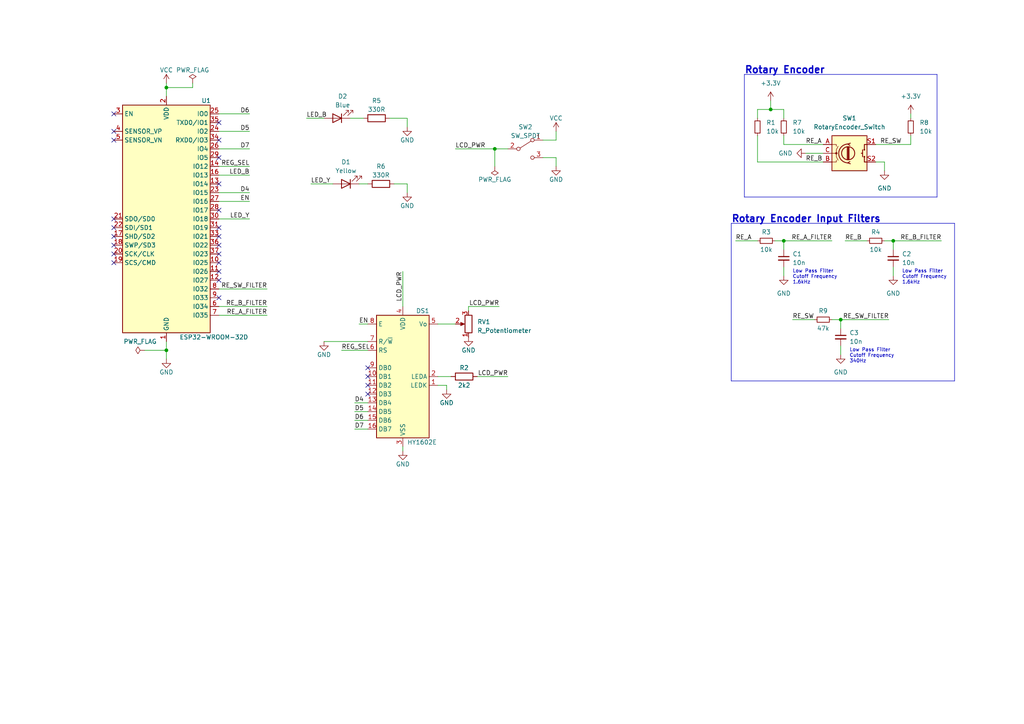
<source format=kicad_sch>
(kicad_sch (version 20230121) (generator eeschema)

  (uuid e34c15c6-e607-4cb4-85cc-7ea553cda6e2)

  (paper "A4")

  (title_block
    (title "Smart Clock Hardware")
    (date "2023-07-11")
    (rev "v0.1")
    (company "Trion Embedded")
    (comment 1 "Design by: Emirhan Yuksel ")
    (comment 2 "Revised by: Bahtiyar Bayram")
  )

  (lib_symbols
    (symbol "Device:C_Small" (pin_numbers hide) (pin_names (offset 0.254) hide) (in_bom yes) (on_board yes)
      (property "Reference" "C" (at 0.254 1.778 0)
        (effects (font (size 1.27 1.27)) (justify left))
      )
      (property "Value" "C_Small" (at 0.254 -2.032 0)
        (effects (font (size 1.27 1.27)) (justify left))
      )
      (property "Footprint" "" (at 0 0 0)
        (effects (font (size 1.27 1.27)) hide)
      )
      (property "Datasheet" "~" (at 0 0 0)
        (effects (font (size 1.27 1.27)) hide)
      )
      (property "ki_keywords" "capacitor cap" (at 0 0 0)
        (effects (font (size 1.27 1.27)) hide)
      )
      (property "ki_description" "Unpolarized capacitor, small symbol" (at 0 0 0)
        (effects (font (size 1.27 1.27)) hide)
      )
      (property "ki_fp_filters" "C_*" (at 0 0 0)
        (effects (font (size 1.27 1.27)) hide)
      )
      (symbol "C_Small_0_1"
        (polyline
          (pts
            (xy -1.524 -0.508)
            (xy 1.524 -0.508)
          )
          (stroke (width 0.3302) (type default))
          (fill (type none))
        )
        (polyline
          (pts
            (xy -1.524 0.508)
            (xy 1.524 0.508)
          )
          (stroke (width 0.3048) (type default))
          (fill (type none))
        )
      )
      (symbol "C_Small_1_1"
        (pin passive line (at 0 2.54 270) (length 2.032)
          (name "~" (effects (font (size 1.27 1.27))))
          (number "1" (effects (font (size 1.27 1.27))))
        )
        (pin passive line (at 0 -2.54 90) (length 2.032)
          (name "~" (effects (font (size 1.27 1.27))))
          (number "2" (effects (font (size 1.27 1.27))))
        )
      )
    )
    (symbol "Device:LED" (pin_numbers hide) (pin_names (offset 1.016) hide) (in_bom yes) (on_board yes)
      (property "Reference" "D" (at 0 2.54 0)
        (effects (font (size 1.27 1.27)))
      )
      (property "Value" "LED" (at 0 -2.54 0)
        (effects (font (size 1.27 1.27)))
      )
      (property "Footprint" "" (at 0 0 0)
        (effects (font (size 1.27 1.27)) hide)
      )
      (property "Datasheet" "~" (at 0 0 0)
        (effects (font (size 1.27 1.27)) hide)
      )
      (property "ki_keywords" "LED diode" (at 0 0 0)
        (effects (font (size 1.27 1.27)) hide)
      )
      (property "ki_description" "Light emitting diode" (at 0 0 0)
        (effects (font (size 1.27 1.27)) hide)
      )
      (property "ki_fp_filters" "LED* LED_SMD:* LED_THT:*" (at 0 0 0)
        (effects (font (size 1.27 1.27)) hide)
      )
      (symbol "LED_0_1"
        (polyline
          (pts
            (xy -1.27 -1.27)
            (xy -1.27 1.27)
          )
          (stroke (width 0.254) (type default))
          (fill (type none))
        )
        (polyline
          (pts
            (xy -1.27 0)
            (xy 1.27 0)
          )
          (stroke (width 0) (type default))
          (fill (type none))
        )
        (polyline
          (pts
            (xy 1.27 -1.27)
            (xy 1.27 1.27)
            (xy -1.27 0)
            (xy 1.27 -1.27)
          )
          (stroke (width 0.254) (type default))
          (fill (type none))
        )
        (polyline
          (pts
            (xy -3.048 -0.762)
            (xy -4.572 -2.286)
            (xy -3.81 -2.286)
            (xy -4.572 -2.286)
            (xy -4.572 -1.524)
          )
          (stroke (width 0) (type default))
          (fill (type none))
        )
        (polyline
          (pts
            (xy -1.778 -0.762)
            (xy -3.302 -2.286)
            (xy -2.54 -2.286)
            (xy -3.302 -2.286)
            (xy -3.302 -1.524)
          )
          (stroke (width 0) (type default))
          (fill (type none))
        )
      )
      (symbol "LED_1_1"
        (pin passive line (at -3.81 0 0) (length 2.54)
          (name "K" (effects (font (size 1.27 1.27))))
          (number "1" (effects (font (size 1.27 1.27))))
        )
        (pin passive line (at 3.81 0 180) (length 2.54)
          (name "A" (effects (font (size 1.27 1.27))))
          (number "2" (effects (font (size 1.27 1.27))))
        )
      )
    )
    (symbol "Device:R" (pin_numbers hide) (pin_names (offset 0)) (in_bom yes) (on_board yes)
      (property "Reference" "R" (at 2.032 0 90)
        (effects (font (size 1.27 1.27)))
      )
      (property "Value" "R" (at 0 0 90)
        (effects (font (size 1.27 1.27)))
      )
      (property "Footprint" "" (at -1.778 0 90)
        (effects (font (size 1.27 1.27)) hide)
      )
      (property "Datasheet" "~" (at 0 0 0)
        (effects (font (size 1.27 1.27)) hide)
      )
      (property "ki_keywords" "R res resistor" (at 0 0 0)
        (effects (font (size 1.27 1.27)) hide)
      )
      (property "ki_description" "Resistor" (at 0 0 0)
        (effects (font (size 1.27 1.27)) hide)
      )
      (property "ki_fp_filters" "R_*" (at 0 0 0)
        (effects (font (size 1.27 1.27)) hide)
      )
      (symbol "R_0_1"
        (rectangle (start -1.016 -2.54) (end 1.016 2.54)
          (stroke (width 0.254) (type default))
          (fill (type none))
        )
      )
      (symbol "R_1_1"
        (pin passive line (at 0 3.81 270) (length 1.27)
          (name "~" (effects (font (size 1.27 1.27))))
          (number "1" (effects (font (size 1.27 1.27))))
        )
        (pin passive line (at 0 -3.81 90) (length 1.27)
          (name "~" (effects (font (size 1.27 1.27))))
          (number "2" (effects (font (size 1.27 1.27))))
        )
      )
    )
    (symbol "Device:R_Potentiometer" (pin_names (offset 1.016) hide) (in_bom yes) (on_board yes)
      (property "Reference" "RV" (at -4.445 0 90)
        (effects (font (size 1.27 1.27)))
      )
      (property "Value" "R_Potentiometer" (at -2.54 0 90)
        (effects (font (size 1.27 1.27)))
      )
      (property "Footprint" "" (at 0 0 0)
        (effects (font (size 1.27 1.27)) hide)
      )
      (property "Datasheet" "~" (at 0 0 0)
        (effects (font (size 1.27 1.27)) hide)
      )
      (property "ki_keywords" "resistor variable" (at 0 0 0)
        (effects (font (size 1.27 1.27)) hide)
      )
      (property "ki_description" "Potentiometer" (at 0 0 0)
        (effects (font (size 1.27 1.27)) hide)
      )
      (property "ki_fp_filters" "Potentiometer*" (at 0 0 0)
        (effects (font (size 1.27 1.27)) hide)
      )
      (symbol "R_Potentiometer_0_1"
        (polyline
          (pts
            (xy 2.54 0)
            (xy 1.524 0)
          )
          (stroke (width 0) (type default))
          (fill (type none))
        )
        (polyline
          (pts
            (xy 1.143 0)
            (xy 2.286 0.508)
            (xy 2.286 -0.508)
            (xy 1.143 0)
          )
          (stroke (width 0) (type default))
          (fill (type outline))
        )
        (rectangle (start 1.016 2.54) (end -1.016 -2.54)
          (stroke (width 0.254) (type default))
          (fill (type none))
        )
      )
      (symbol "R_Potentiometer_1_1"
        (pin passive line (at 0 3.81 270) (length 1.27)
          (name "1" (effects (font (size 1.27 1.27))))
          (number "1" (effects (font (size 1.27 1.27))))
        )
        (pin passive line (at 3.81 0 180) (length 1.27)
          (name "2" (effects (font (size 1.27 1.27))))
          (number "2" (effects (font (size 1.27 1.27))))
        )
        (pin passive line (at 0 -3.81 90) (length 1.27)
          (name "3" (effects (font (size 1.27 1.27))))
          (number "3" (effects (font (size 1.27 1.27))))
        )
      )
    )
    (symbol "Device:R_Small" (pin_numbers hide) (pin_names (offset 0.254) hide) (in_bom yes) (on_board yes)
      (property "Reference" "R" (at 0.762 0.508 0)
        (effects (font (size 1.27 1.27)) (justify left))
      )
      (property "Value" "R_Small" (at 0.762 -1.016 0)
        (effects (font (size 1.27 1.27)) (justify left))
      )
      (property "Footprint" "" (at 0 0 0)
        (effects (font (size 1.27 1.27)) hide)
      )
      (property "Datasheet" "~" (at 0 0 0)
        (effects (font (size 1.27 1.27)) hide)
      )
      (property "ki_keywords" "R resistor" (at 0 0 0)
        (effects (font (size 1.27 1.27)) hide)
      )
      (property "ki_description" "Resistor, small symbol" (at 0 0 0)
        (effects (font (size 1.27 1.27)) hide)
      )
      (property "ki_fp_filters" "R_*" (at 0 0 0)
        (effects (font (size 1.27 1.27)) hide)
      )
      (symbol "R_Small_0_1"
        (rectangle (start -0.762 1.778) (end 0.762 -1.778)
          (stroke (width 0.2032) (type default))
          (fill (type none))
        )
      )
      (symbol "R_Small_1_1"
        (pin passive line (at 0 2.54 270) (length 0.762)
          (name "~" (effects (font (size 1.27 1.27))))
          (number "1" (effects (font (size 1.27 1.27))))
        )
        (pin passive line (at 0 -2.54 90) (length 0.762)
          (name "~" (effects (font (size 1.27 1.27))))
          (number "2" (effects (font (size 1.27 1.27))))
        )
      )
    )
    (symbol "Device:RotaryEncoder_Switch" (pin_names (offset 0.254) hide) (in_bom yes) (on_board yes)
      (property "Reference" "SW" (at 0 6.604 0)
        (effects (font (size 1.27 1.27)))
      )
      (property "Value" "RotaryEncoder_Switch" (at 0 -6.604 0)
        (effects (font (size 1.27 1.27)))
      )
      (property "Footprint" "" (at -3.81 4.064 0)
        (effects (font (size 1.27 1.27)) hide)
      )
      (property "Datasheet" "~" (at 0 6.604 0)
        (effects (font (size 1.27 1.27)) hide)
      )
      (property "ki_keywords" "rotary switch encoder switch push button" (at 0 0 0)
        (effects (font (size 1.27 1.27)) hide)
      )
      (property "ki_description" "Rotary encoder, dual channel, incremental quadrate outputs, with switch" (at 0 0 0)
        (effects (font (size 1.27 1.27)) hide)
      )
      (property "ki_fp_filters" "RotaryEncoder*Switch*" (at 0 0 0)
        (effects (font (size 1.27 1.27)) hide)
      )
      (symbol "RotaryEncoder_Switch_0_1"
        (rectangle (start -5.08 5.08) (end 5.08 -5.08)
          (stroke (width 0.254) (type default))
          (fill (type background))
        )
        (circle (center -3.81 0) (radius 0.254)
          (stroke (width 0) (type default))
          (fill (type outline))
        )
        (circle (center -0.381 0) (radius 1.905)
          (stroke (width 0.254) (type default))
          (fill (type none))
        )
        (arc (start -0.381 2.667) (mid -3.0988 -0.0635) (end -0.381 -2.794)
          (stroke (width 0.254) (type default))
          (fill (type none))
        )
        (polyline
          (pts
            (xy -0.635 -1.778)
            (xy -0.635 1.778)
          )
          (stroke (width 0.254) (type default))
          (fill (type none))
        )
        (polyline
          (pts
            (xy -0.381 -1.778)
            (xy -0.381 1.778)
          )
          (stroke (width 0.254) (type default))
          (fill (type none))
        )
        (polyline
          (pts
            (xy -0.127 1.778)
            (xy -0.127 -1.778)
          )
          (stroke (width 0.254) (type default))
          (fill (type none))
        )
        (polyline
          (pts
            (xy 3.81 0)
            (xy 3.429 0)
          )
          (stroke (width 0.254) (type default))
          (fill (type none))
        )
        (polyline
          (pts
            (xy 3.81 1.016)
            (xy 3.81 -1.016)
          )
          (stroke (width 0.254) (type default))
          (fill (type none))
        )
        (polyline
          (pts
            (xy -5.08 -2.54)
            (xy -3.81 -2.54)
            (xy -3.81 -2.032)
          )
          (stroke (width 0) (type default))
          (fill (type none))
        )
        (polyline
          (pts
            (xy -5.08 2.54)
            (xy -3.81 2.54)
            (xy -3.81 2.032)
          )
          (stroke (width 0) (type default))
          (fill (type none))
        )
        (polyline
          (pts
            (xy 0.254 -3.048)
            (xy -0.508 -2.794)
            (xy 0.127 -2.413)
          )
          (stroke (width 0.254) (type default))
          (fill (type none))
        )
        (polyline
          (pts
            (xy 0.254 2.921)
            (xy -0.508 2.667)
            (xy 0.127 2.286)
          )
          (stroke (width 0.254) (type default))
          (fill (type none))
        )
        (polyline
          (pts
            (xy 5.08 -2.54)
            (xy 4.318 -2.54)
            (xy 4.318 -1.016)
          )
          (stroke (width 0.254) (type default))
          (fill (type none))
        )
        (polyline
          (pts
            (xy 5.08 2.54)
            (xy 4.318 2.54)
            (xy 4.318 1.016)
          )
          (stroke (width 0.254) (type default))
          (fill (type none))
        )
        (polyline
          (pts
            (xy -5.08 0)
            (xy -3.81 0)
            (xy -3.81 -1.016)
            (xy -3.302 -2.032)
          )
          (stroke (width 0) (type default))
          (fill (type none))
        )
        (polyline
          (pts
            (xy -4.318 0)
            (xy -3.81 0)
            (xy -3.81 1.016)
            (xy -3.302 2.032)
          )
          (stroke (width 0) (type default))
          (fill (type none))
        )
        (circle (center 4.318 -1.016) (radius 0.127)
          (stroke (width 0.254) (type default))
          (fill (type none))
        )
        (circle (center 4.318 1.016) (radius 0.127)
          (stroke (width 0.254) (type default))
          (fill (type none))
        )
      )
      (symbol "RotaryEncoder_Switch_1_1"
        (pin passive line (at -7.62 2.54 0) (length 2.54)
          (name "A" (effects (font (size 1.27 1.27))))
          (number "A" (effects (font (size 1.27 1.27))))
        )
        (pin passive line (at -7.62 -2.54 0) (length 2.54)
          (name "B" (effects (font (size 1.27 1.27))))
          (number "B" (effects (font (size 1.27 1.27))))
        )
        (pin passive line (at -7.62 0 0) (length 2.54)
          (name "C" (effects (font (size 1.27 1.27))))
          (number "C" (effects (font (size 1.27 1.27))))
        )
        (pin passive line (at 7.62 2.54 180) (length 2.54)
          (name "S1" (effects (font (size 1.27 1.27))))
          (number "S1" (effects (font (size 1.27 1.27))))
        )
        (pin passive line (at 7.62 -2.54 180) (length 2.54)
          (name "S2" (effects (font (size 1.27 1.27))))
          (number "S2" (effects (font (size 1.27 1.27))))
        )
      )
    )
    (symbol "Display_Character:HY1602E" (in_bom yes) (on_board yes)
      (property "Reference" "DS" (at -6.096 19.05 0)
        (effects (font (size 1.27 1.27)))
      )
      (property "Value" "HY1602E" (at 5.08 19.05 0)
        (effects (font (size 1.27 1.27)))
      )
      (property "Footprint" "Display:HY1602E" (at 0 -22.86 0)
        (effects (font (size 1.27 1.27) italic) hide)
      )
      (property "Datasheet" "http://www.icbank.com/data/ICBShop/board/HY1602E.pdf" (at 5.08 2.54 0)
        (effects (font (size 1.27 1.27)) hide)
      )
      (property "ki_keywords" "display LCD 7-segment" (at 0 0 0)
        (effects (font (size 1.27 1.27)) hide)
      )
      (property "ki_description" "LCD 16x2 Alphanumeric 16pin Blue/Yellow/Green Backlight, 8bit parallel, 5V VDD" (at 0 0 0)
        (effects (font (size 1.27 1.27)) hide)
      )
      (property "ki_fp_filters" "*HY1602E*" (at 0 0 0)
        (effects (font (size 1.27 1.27)) hide)
      )
      (symbol "HY1602E_0_1"
        (rectangle (start -7.62 17.78) (end 7.62 -17.78)
          (stroke (width 0.254) (type default))
          (fill (type background))
        )
      )
      (symbol "HY1602E_1_1"
        (pin passive line (at 10.16 -2.54 180) (length 2.54)
          (name "LEDK" (effects (font (size 1.27 1.27))))
          (number "1" (effects (font (size 1.27 1.27))))
        )
        (pin bidirectional line (at -10.16 0 0) (length 2.54)
          (name "DB1" (effects (font (size 1.27 1.27))))
          (number "10" (effects (font (size 1.27 1.27))))
        )
        (pin bidirectional line (at -10.16 -2.54 0) (length 2.54)
          (name "DB2" (effects (font (size 1.27 1.27))))
          (number "11" (effects (font (size 1.27 1.27))))
        )
        (pin bidirectional line (at -10.16 -5.08 0) (length 2.54)
          (name "DB3" (effects (font (size 1.27 1.27))))
          (number "12" (effects (font (size 1.27 1.27))))
        )
        (pin bidirectional line (at -10.16 -7.62 0) (length 2.54)
          (name "DB4" (effects (font (size 1.27 1.27))))
          (number "13" (effects (font (size 1.27 1.27))))
        )
        (pin bidirectional line (at -10.16 -10.16 0) (length 2.54)
          (name "DB5" (effects (font (size 1.27 1.27))))
          (number "14" (effects (font (size 1.27 1.27))))
        )
        (pin bidirectional line (at -10.16 -12.7 0) (length 2.54)
          (name "DB6" (effects (font (size 1.27 1.27))))
          (number "15" (effects (font (size 1.27 1.27))))
        )
        (pin bidirectional line (at -10.16 -15.24 0) (length 2.54)
          (name "DB7" (effects (font (size 1.27 1.27))))
          (number "16" (effects (font (size 1.27 1.27))))
        )
        (pin passive line (at 10.16 0 180) (length 2.54)
          (name "LEDA" (effects (font (size 1.27 1.27))))
          (number "2" (effects (font (size 1.27 1.27))))
        )
        (pin power_in line (at 0 -20.32 90) (length 2.54)
          (name "VSS" (effects (font (size 1.27 1.27))))
          (number "3" (effects (font (size 1.27 1.27))))
        )
        (pin power_in line (at 0 20.32 270) (length 2.54)
          (name "VDD" (effects (font (size 1.27 1.27))))
          (number "4" (effects (font (size 1.27 1.27))))
        )
        (pin input line (at 10.16 15.24 180) (length 2.54)
          (name "Vo" (effects (font (size 1.27 1.27))))
          (number "5" (effects (font (size 1.27 1.27))))
        )
        (pin input line (at -10.16 7.62 0) (length 2.54)
          (name "RS" (effects (font (size 1.27 1.27))))
          (number "6" (effects (font (size 1.27 1.27))))
        )
        (pin input line (at -10.16 10.16 0) (length 2.54)
          (name "R/~{W}" (effects (font (size 1.27 1.27))))
          (number "7" (effects (font (size 1.27 1.27))))
        )
        (pin input line (at -10.16 15.24 0) (length 2.54)
          (name "E" (effects (font (size 1.27 1.27))))
          (number "8" (effects (font (size 1.27 1.27))))
        )
        (pin bidirectional line (at -10.16 2.54 0) (length 2.54)
          (name "DB0" (effects (font (size 1.27 1.27))))
          (number "9" (effects (font (size 1.27 1.27))))
        )
      )
    )
    (symbol "RF_Module:ESP32-WROOM-32D" (in_bom yes) (on_board yes)
      (property "Reference" "U" (at -12.7 34.29 0)
        (effects (font (size 1.27 1.27)) (justify left))
      )
      (property "Value" "ESP32-WROOM-32D" (at 1.27 34.29 0)
        (effects (font (size 1.27 1.27)) (justify left))
      )
      (property "Footprint" "RF_Module:ESP32-WROOM-32D" (at 16.51 -34.29 0)
        (effects (font (size 1.27 1.27)) hide)
      )
      (property "Datasheet" "https://www.espressif.com/sites/default/files/documentation/esp32-wroom-32d_esp32-wroom-32u_datasheet_en.pdf" (at -7.62 1.27 0)
        (effects (font (size 1.27 1.27)) hide)
      )
      (property "ki_keywords" "RF Radio BT ESP ESP32 Espressif onboard PCB antenna" (at 0 0 0)
        (effects (font (size 1.27 1.27)) hide)
      )
      (property "ki_description" "RF Module, ESP32-D0WD SoC, Wi-Fi 802.11b/g/n, Bluetooth, BLE, 32-bit, 2.7-3.6V, onboard antenna, SMD" (at 0 0 0)
        (effects (font (size 1.27 1.27)) hide)
      )
      (property "ki_fp_filters" "ESP32?WROOM?32D*" (at 0 0 0)
        (effects (font (size 1.27 1.27)) hide)
      )
      (symbol "ESP32-WROOM-32D_0_1"
        (rectangle (start -12.7 33.02) (end 12.7 -33.02)
          (stroke (width 0.254) (type default))
          (fill (type background))
        )
      )
      (symbol "ESP32-WROOM-32D_1_1"
        (pin power_in line (at 0 -35.56 90) (length 2.54)
          (name "GND" (effects (font (size 1.27 1.27))))
          (number "1" (effects (font (size 1.27 1.27))))
        )
        (pin bidirectional line (at 15.24 -12.7 180) (length 2.54)
          (name "IO25" (effects (font (size 1.27 1.27))))
          (number "10" (effects (font (size 1.27 1.27))))
        )
        (pin bidirectional line (at 15.24 -15.24 180) (length 2.54)
          (name "IO26" (effects (font (size 1.27 1.27))))
          (number "11" (effects (font (size 1.27 1.27))))
        )
        (pin bidirectional line (at 15.24 -17.78 180) (length 2.54)
          (name "IO27" (effects (font (size 1.27 1.27))))
          (number "12" (effects (font (size 1.27 1.27))))
        )
        (pin bidirectional line (at 15.24 10.16 180) (length 2.54)
          (name "IO14" (effects (font (size 1.27 1.27))))
          (number "13" (effects (font (size 1.27 1.27))))
        )
        (pin bidirectional line (at 15.24 15.24 180) (length 2.54)
          (name "IO12" (effects (font (size 1.27 1.27))))
          (number "14" (effects (font (size 1.27 1.27))))
        )
        (pin passive line (at 0 -35.56 90) (length 2.54) hide
          (name "GND" (effects (font (size 1.27 1.27))))
          (number "15" (effects (font (size 1.27 1.27))))
        )
        (pin bidirectional line (at 15.24 12.7 180) (length 2.54)
          (name "IO13" (effects (font (size 1.27 1.27))))
          (number "16" (effects (font (size 1.27 1.27))))
        )
        (pin bidirectional line (at -15.24 -5.08 0) (length 2.54)
          (name "SHD/SD2" (effects (font (size 1.27 1.27))))
          (number "17" (effects (font (size 1.27 1.27))))
        )
        (pin bidirectional line (at -15.24 -7.62 0) (length 2.54)
          (name "SWP/SD3" (effects (font (size 1.27 1.27))))
          (number "18" (effects (font (size 1.27 1.27))))
        )
        (pin bidirectional line (at -15.24 -12.7 0) (length 2.54)
          (name "SCS/CMD" (effects (font (size 1.27 1.27))))
          (number "19" (effects (font (size 1.27 1.27))))
        )
        (pin power_in line (at 0 35.56 270) (length 2.54)
          (name "VDD" (effects (font (size 1.27 1.27))))
          (number "2" (effects (font (size 1.27 1.27))))
        )
        (pin bidirectional line (at -15.24 -10.16 0) (length 2.54)
          (name "SCK/CLK" (effects (font (size 1.27 1.27))))
          (number "20" (effects (font (size 1.27 1.27))))
        )
        (pin bidirectional line (at -15.24 0 0) (length 2.54)
          (name "SDO/SD0" (effects (font (size 1.27 1.27))))
          (number "21" (effects (font (size 1.27 1.27))))
        )
        (pin bidirectional line (at -15.24 -2.54 0) (length 2.54)
          (name "SDI/SD1" (effects (font (size 1.27 1.27))))
          (number "22" (effects (font (size 1.27 1.27))))
        )
        (pin bidirectional line (at 15.24 7.62 180) (length 2.54)
          (name "IO15" (effects (font (size 1.27 1.27))))
          (number "23" (effects (font (size 1.27 1.27))))
        )
        (pin bidirectional line (at 15.24 25.4 180) (length 2.54)
          (name "IO2" (effects (font (size 1.27 1.27))))
          (number "24" (effects (font (size 1.27 1.27))))
        )
        (pin bidirectional line (at 15.24 30.48 180) (length 2.54)
          (name "IO0" (effects (font (size 1.27 1.27))))
          (number "25" (effects (font (size 1.27 1.27))))
        )
        (pin bidirectional line (at 15.24 20.32 180) (length 2.54)
          (name "IO4" (effects (font (size 1.27 1.27))))
          (number "26" (effects (font (size 1.27 1.27))))
        )
        (pin bidirectional line (at 15.24 5.08 180) (length 2.54)
          (name "IO16" (effects (font (size 1.27 1.27))))
          (number "27" (effects (font (size 1.27 1.27))))
        )
        (pin bidirectional line (at 15.24 2.54 180) (length 2.54)
          (name "IO17" (effects (font (size 1.27 1.27))))
          (number "28" (effects (font (size 1.27 1.27))))
        )
        (pin bidirectional line (at 15.24 17.78 180) (length 2.54)
          (name "IO5" (effects (font (size 1.27 1.27))))
          (number "29" (effects (font (size 1.27 1.27))))
        )
        (pin input line (at -15.24 30.48 0) (length 2.54)
          (name "EN" (effects (font (size 1.27 1.27))))
          (number "3" (effects (font (size 1.27 1.27))))
        )
        (pin bidirectional line (at 15.24 0 180) (length 2.54)
          (name "IO18" (effects (font (size 1.27 1.27))))
          (number "30" (effects (font (size 1.27 1.27))))
        )
        (pin bidirectional line (at 15.24 -2.54 180) (length 2.54)
          (name "IO19" (effects (font (size 1.27 1.27))))
          (number "31" (effects (font (size 1.27 1.27))))
        )
        (pin no_connect line (at -12.7 -27.94 0) (length 2.54) hide
          (name "NC" (effects (font (size 1.27 1.27))))
          (number "32" (effects (font (size 1.27 1.27))))
        )
        (pin bidirectional line (at 15.24 -5.08 180) (length 2.54)
          (name "IO21" (effects (font (size 1.27 1.27))))
          (number "33" (effects (font (size 1.27 1.27))))
        )
        (pin bidirectional line (at 15.24 22.86 180) (length 2.54)
          (name "RXD0/IO3" (effects (font (size 1.27 1.27))))
          (number "34" (effects (font (size 1.27 1.27))))
        )
        (pin bidirectional line (at 15.24 27.94 180) (length 2.54)
          (name "TXD0/IO1" (effects (font (size 1.27 1.27))))
          (number "35" (effects (font (size 1.27 1.27))))
        )
        (pin bidirectional line (at 15.24 -7.62 180) (length 2.54)
          (name "IO22" (effects (font (size 1.27 1.27))))
          (number "36" (effects (font (size 1.27 1.27))))
        )
        (pin bidirectional line (at 15.24 -10.16 180) (length 2.54)
          (name "IO23" (effects (font (size 1.27 1.27))))
          (number "37" (effects (font (size 1.27 1.27))))
        )
        (pin passive line (at 0 -35.56 90) (length 2.54) hide
          (name "GND" (effects (font (size 1.27 1.27))))
          (number "38" (effects (font (size 1.27 1.27))))
        )
        (pin passive line (at 0 -35.56 90) (length 2.54) hide
          (name "GND" (effects (font (size 1.27 1.27))))
          (number "39" (effects (font (size 1.27 1.27))))
        )
        (pin input line (at -15.24 25.4 0) (length 2.54)
          (name "SENSOR_VP" (effects (font (size 1.27 1.27))))
          (number "4" (effects (font (size 1.27 1.27))))
        )
        (pin input line (at -15.24 22.86 0) (length 2.54)
          (name "SENSOR_VN" (effects (font (size 1.27 1.27))))
          (number "5" (effects (font (size 1.27 1.27))))
        )
        (pin input line (at 15.24 -25.4 180) (length 2.54)
          (name "IO34" (effects (font (size 1.27 1.27))))
          (number "6" (effects (font (size 1.27 1.27))))
        )
        (pin input line (at 15.24 -27.94 180) (length 2.54)
          (name "IO35" (effects (font (size 1.27 1.27))))
          (number "7" (effects (font (size 1.27 1.27))))
        )
        (pin bidirectional line (at 15.24 -20.32 180) (length 2.54)
          (name "IO32" (effects (font (size 1.27 1.27))))
          (number "8" (effects (font (size 1.27 1.27))))
        )
        (pin bidirectional line (at 15.24 -22.86 180) (length 2.54)
          (name "IO33" (effects (font (size 1.27 1.27))))
          (number "9" (effects (font (size 1.27 1.27))))
        )
      )
    )
    (symbol "Switch:SW_SPDT" (pin_names (offset 0) hide) (in_bom yes) (on_board yes)
      (property "Reference" "SW" (at 0 4.318 0)
        (effects (font (size 1.27 1.27)))
      )
      (property "Value" "SW_SPDT" (at 0 -5.08 0)
        (effects (font (size 1.27 1.27)))
      )
      (property "Footprint" "" (at 0 0 0)
        (effects (font (size 1.27 1.27)) hide)
      )
      (property "Datasheet" "~" (at 0 0 0)
        (effects (font (size 1.27 1.27)) hide)
      )
      (property "ki_keywords" "switch single-pole double-throw spdt ON-ON" (at 0 0 0)
        (effects (font (size 1.27 1.27)) hide)
      )
      (property "ki_description" "Switch, single pole double throw" (at 0 0 0)
        (effects (font (size 1.27 1.27)) hide)
      )
      (symbol "SW_SPDT_0_0"
        (circle (center -2.032 0) (radius 0.508)
          (stroke (width 0) (type default))
          (fill (type none))
        )
        (circle (center 2.032 -2.54) (radius 0.508)
          (stroke (width 0) (type default))
          (fill (type none))
        )
      )
      (symbol "SW_SPDT_0_1"
        (polyline
          (pts
            (xy -1.524 0.254)
            (xy 1.651 2.286)
          )
          (stroke (width 0) (type default))
          (fill (type none))
        )
        (circle (center 2.032 2.54) (radius 0.508)
          (stroke (width 0) (type default))
          (fill (type none))
        )
      )
      (symbol "SW_SPDT_1_1"
        (pin passive line (at 5.08 2.54 180) (length 2.54)
          (name "A" (effects (font (size 1.27 1.27))))
          (number "1" (effects (font (size 1.27 1.27))))
        )
        (pin passive line (at -5.08 0 0) (length 2.54)
          (name "B" (effects (font (size 1.27 1.27))))
          (number "2" (effects (font (size 1.27 1.27))))
        )
        (pin passive line (at 5.08 -2.54 180) (length 2.54)
          (name "C" (effects (font (size 1.27 1.27))))
          (number "3" (effects (font (size 1.27 1.27))))
        )
      )
    )
    (symbol "power:+3.3V" (power) (pin_names (offset 0)) (in_bom yes) (on_board yes)
      (property "Reference" "#PWR" (at 0 -3.81 0)
        (effects (font (size 1.27 1.27)) hide)
      )
      (property "Value" "+3.3V" (at 0 3.556 0)
        (effects (font (size 1.27 1.27)))
      )
      (property "Footprint" "" (at 0 0 0)
        (effects (font (size 1.27 1.27)) hide)
      )
      (property "Datasheet" "" (at 0 0 0)
        (effects (font (size 1.27 1.27)) hide)
      )
      (property "ki_keywords" "global power" (at 0 0 0)
        (effects (font (size 1.27 1.27)) hide)
      )
      (property "ki_description" "Power symbol creates a global label with name \"+3.3V\"" (at 0 0 0)
        (effects (font (size 1.27 1.27)) hide)
      )
      (symbol "+3.3V_0_1"
        (polyline
          (pts
            (xy -0.762 1.27)
            (xy 0 2.54)
          )
          (stroke (width 0) (type default))
          (fill (type none))
        )
        (polyline
          (pts
            (xy 0 0)
            (xy 0 2.54)
          )
          (stroke (width 0) (type default))
          (fill (type none))
        )
        (polyline
          (pts
            (xy 0 2.54)
            (xy 0.762 1.27)
          )
          (stroke (width 0) (type default))
          (fill (type none))
        )
      )
      (symbol "+3.3V_1_1"
        (pin power_in line (at 0 0 90) (length 0) hide
          (name "+3.3V" (effects (font (size 1.27 1.27))))
          (number "1" (effects (font (size 1.27 1.27))))
        )
      )
    )
    (symbol "power:GND" (power) (pin_names (offset 0)) (in_bom yes) (on_board yes)
      (property "Reference" "#PWR" (at 0 -6.35 0)
        (effects (font (size 1.27 1.27)) hide)
      )
      (property "Value" "GND" (at 0 -3.81 0)
        (effects (font (size 1.27 1.27)))
      )
      (property "Footprint" "" (at 0 0 0)
        (effects (font (size 1.27 1.27)) hide)
      )
      (property "Datasheet" "" (at 0 0 0)
        (effects (font (size 1.27 1.27)) hide)
      )
      (property "ki_keywords" "global power" (at 0 0 0)
        (effects (font (size 1.27 1.27)) hide)
      )
      (property "ki_description" "Power symbol creates a global label with name \"GND\" , ground" (at 0 0 0)
        (effects (font (size 1.27 1.27)) hide)
      )
      (symbol "GND_0_1"
        (polyline
          (pts
            (xy 0 0)
            (xy 0 -1.27)
            (xy 1.27 -1.27)
            (xy 0 -2.54)
            (xy -1.27 -1.27)
            (xy 0 -1.27)
          )
          (stroke (width 0) (type default))
          (fill (type none))
        )
      )
      (symbol "GND_1_1"
        (pin power_in line (at 0 0 270) (length 0) hide
          (name "GND" (effects (font (size 1.27 1.27))))
          (number "1" (effects (font (size 1.27 1.27))))
        )
      )
    )
    (symbol "power:PWR_FLAG" (power) (pin_numbers hide) (pin_names (offset 0) hide) (in_bom yes) (on_board yes)
      (property "Reference" "#FLG" (at 0 1.905 0)
        (effects (font (size 1.27 1.27)) hide)
      )
      (property "Value" "PWR_FLAG" (at 0 3.81 0)
        (effects (font (size 1.27 1.27)))
      )
      (property "Footprint" "" (at 0 0 0)
        (effects (font (size 1.27 1.27)) hide)
      )
      (property "Datasheet" "~" (at 0 0 0)
        (effects (font (size 1.27 1.27)) hide)
      )
      (property "ki_keywords" "flag power" (at 0 0 0)
        (effects (font (size 1.27 1.27)) hide)
      )
      (property "ki_description" "Special symbol for telling ERC where power comes from" (at 0 0 0)
        (effects (font (size 1.27 1.27)) hide)
      )
      (symbol "PWR_FLAG_0_0"
        (pin power_out line (at 0 0 90) (length 0)
          (name "pwr" (effects (font (size 1.27 1.27))))
          (number "1" (effects (font (size 1.27 1.27))))
        )
      )
      (symbol "PWR_FLAG_0_1"
        (polyline
          (pts
            (xy 0 0)
            (xy 0 1.27)
            (xy -1.016 1.905)
            (xy 0 2.54)
            (xy 1.016 1.905)
            (xy 0 1.27)
          )
          (stroke (width 0) (type default))
          (fill (type none))
        )
      )
    )
    (symbol "power:VCC" (power) (pin_names (offset 0)) (in_bom yes) (on_board yes)
      (property "Reference" "#PWR" (at 0 -3.81 0)
        (effects (font (size 1.27 1.27)) hide)
      )
      (property "Value" "VCC" (at 0 3.81 0)
        (effects (font (size 1.27 1.27)))
      )
      (property "Footprint" "" (at 0 0 0)
        (effects (font (size 1.27 1.27)) hide)
      )
      (property "Datasheet" "" (at 0 0 0)
        (effects (font (size 1.27 1.27)) hide)
      )
      (property "ki_keywords" "global power" (at 0 0 0)
        (effects (font (size 1.27 1.27)) hide)
      )
      (property "ki_description" "Power symbol creates a global label with name \"VCC\"" (at 0 0 0)
        (effects (font (size 1.27 1.27)) hide)
      )
      (symbol "VCC_0_1"
        (polyline
          (pts
            (xy -0.762 1.27)
            (xy 0 2.54)
          )
          (stroke (width 0) (type default))
          (fill (type none))
        )
        (polyline
          (pts
            (xy 0 0)
            (xy 0 2.54)
          )
          (stroke (width 0) (type default))
          (fill (type none))
        )
        (polyline
          (pts
            (xy 0 2.54)
            (xy 0.762 1.27)
          )
          (stroke (width 0) (type default))
          (fill (type none))
        )
      )
      (symbol "VCC_1_1"
        (pin power_in line (at 0 0 90) (length 0) hide
          (name "VCC" (effects (font (size 1.27 1.27))))
          (number "1" (effects (font (size 1.27 1.27))))
        )
      )
    )
  )

  (junction (at 259.08 69.85) (diameter 0) (color 0 0 0 0)
    (uuid 255b1fa0-56d7-462e-bdbb-c51c99f7525b)
  )
  (junction (at 227.33 69.85) (diameter 0) (color 0 0 0 0)
    (uuid 31d62e27-2fc1-432e-9bf2-8359e31c800c)
  )
  (junction (at 223.52 31.75) (diameter 0) (color 0 0 0 0)
    (uuid 96ffa9e6-013d-466a-a65f-8178d75f6be1)
  )
  (junction (at 48.26 25.4) (diameter 0) (color 0 0 0 0)
    (uuid d700768a-3946-497a-9f95-af83fb1e982f)
  )
  (junction (at 243.84 92.71) (diameter 0) (color 0 0 0 0)
    (uuid da4151ca-40b9-44ad-9b63-2e4737b7fdd0)
  )
  (junction (at 48.26 101.6) (diameter 0) (color 0 0 0 0)
    (uuid e5959fa0-c383-43d8-88e6-2c2de88eecf0)
  )
  (junction (at 143.51 43.18) (diameter 0) (color 0 0 0 0)
    (uuid fee26569-1e2c-4469-898a-d6369313180a)
  )

  (no_connect (at 106.68 109.22) (uuid 11e7a6f2-19e5-468a-a30e-7f1fe9c19d83))
  (no_connect (at 63.5 66.04) (uuid 2e71d001-d35a-4017-bfb2-31f8fe658a6d))
  (no_connect (at 63.5 35.56) (uuid 300d84de-906e-4e93-944d-b7b6d2b98fb9))
  (no_connect (at 63.5 76.2) (uuid 36537120-91f8-49fe-9e6a-18f13f3c1861))
  (no_connect (at 63.5 45.72) (uuid 3cb8168c-4d97-4c90-b916-de68d01924f6))
  (no_connect (at 106.68 111.76) (uuid 4901ae20-2aaa-4750-9b4c-c691b7255d93))
  (no_connect (at 63.5 73.66) (uuid 6b9dfe59-3c1d-4b2a-8913-53baa6c46704))
  (no_connect (at 33.02 63.5) (uuid 74eac787-28b8-4007-bbbf-21bba50529bf))
  (no_connect (at 33.02 40.64) (uuid 7a86a8ce-ed0e-4c74-8ca8-ef00a835414e))
  (no_connect (at 33.02 73.66) (uuid 892cedf6-bdea-4abe-b8ac-4de016570fa6))
  (no_connect (at 63.5 68.58) (uuid 979a6d67-b6f4-4e62-9254-0735988d4813))
  (no_connect (at 63.5 40.64) (uuid 9923c141-6f09-40da-b9fb-397c0e031f6e))
  (no_connect (at 63.5 86.36) (uuid 99ad94ab-5905-4c65-aaee-c23e56c71212))
  (no_connect (at 33.02 76.2) (uuid 9bd4fe96-b9c9-41c3-8451-db8f124467a4))
  (no_connect (at 33.02 33.02) (uuid ad15be3d-74f6-4001-bf51-b32b65780a1b))
  (no_connect (at 106.68 114.3) (uuid ad81b99c-7a05-411f-9cfe-e2c513cc20ca))
  (no_connect (at 33.02 68.58) (uuid b0b0b51a-a3f2-46fe-9eb7-b28efee9eedf))
  (no_connect (at 33.02 71.12) (uuid b24e88ad-9332-482d-b37b-f068d45411db))
  (no_connect (at 63.5 53.34) (uuid b258ca5a-4a72-4bec-866f-89f22b7d9117))
  (no_connect (at 63.5 71.12) (uuid bc40bd4b-fdd0-4fee-b3e6-2c75a6cf0ec6))
  (no_connect (at 106.68 106.68) (uuid d4294c73-7d5d-4f2d-aedf-5b480e6894c7))
  (no_connect (at 63.5 60.96) (uuid dab9439b-09b1-4aee-b097-4743b74ce8d5))
  (no_connect (at 63.5 81.28) (uuid df733f14-2d80-4c0e-965c-9115b07e8d4d))
  (no_connect (at 33.02 38.1) (uuid e6974c25-108d-4be2-8d32-68a1bad45d16))
  (no_connect (at 33.02 66.04) (uuid edee17ab-b20e-4f3a-863e-4e2113dbc81c))
  (no_connect (at 63.5 78.74) (uuid f9915193-16c5-41d1-b1d1-bae5ce7df4ad))

  (polyline (pts (xy 271.78 57.15) (xy 215.9 57.15))
    (stroke (width 0) (type default))
    (uuid 0185b1c0-4533-4086-897c-58a44badc0a0)
  )

  (wire (pts (xy 77.47 88.9) (xy 63.5 88.9))
    (stroke (width 0) (type default))
    (uuid 06b01adc-6230-4d7c-a41d-8a93b42232e7)
  )
  (wire (pts (xy 233.68 44.45) (xy 238.76 44.45))
    (stroke (width 0) (type default))
    (uuid 10e4fcc6-b152-4630-9db5-61a94280f785)
  )
  (wire (pts (xy 259.08 69.85) (xy 273.05 69.85))
    (stroke (width 0) (type default))
    (uuid 15595480-2525-48b6-80b3-9e414416a077)
  )
  (wire (pts (xy 63.5 38.1) (xy 72.39 38.1))
    (stroke (width 0) (type default))
    (uuid 18f6d4e4-825c-42b7-acd8-f38f41966ed6)
  )
  (wire (pts (xy 223.52 31.75) (xy 219.71 31.75))
    (stroke (width 0) (type default))
    (uuid 18ffec05-6c55-4a5e-8531-369540878d4e)
  )
  (wire (pts (xy 127 93.98) (xy 132.08 93.98))
    (stroke (width 0) (type default))
    (uuid 203ab045-b93b-4437-a017-4ad4d203a98c)
  )
  (wire (pts (xy 102.87 116.84) (xy 106.68 116.84))
    (stroke (width 0) (type default))
    (uuid 2483f827-9161-4457-9428-133b9f6cb515)
  )
  (wire (pts (xy 219.71 46.99) (xy 238.76 46.99))
    (stroke (width 0) (type default))
    (uuid 25f9970b-e799-4ded-9175-52e7a3cd6546)
  )
  (wire (pts (xy 63.5 58.42) (xy 72.39 58.42))
    (stroke (width 0) (type default))
    (uuid 273b363f-ac81-4471-a458-c1cc66146468)
  )
  (wire (pts (xy 213.36 69.85) (xy 219.71 69.85))
    (stroke (width 0) (type default))
    (uuid 2b8c0e35-e9b8-4fb3-a662-0210e0b92c6c)
  )
  (wire (pts (xy 113.03 34.29) (xy 118.11 34.29))
    (stroke (width 0) (type default))
    (uuid 2d438137-7796-4d3a-8d62-f38e1ab00780)
  )
  (wire (pts (xy 102.87 121.92) (xy 106.68 121.92))
    (stroke (width 0) (type default))
    (uuid 2df7f974-ca3f-4eff-9cb4-35ed5ba28c18)
  )
  (polyline (pts (xy 276.86 64.77) (xy 276.86 110.49))
    (stroke (width 0) (type default))
    (uuid 2e7ce5bb-28b1-4c7c-98c3-17ce11fe118d)
  )

  (wire (pts (xy 96.52 53.34) (xy 90.17 53.34))
    (stroke (width 0) (type default))
    (uuid 31383c00-09dd-42eb-8f1e-e0b3a1623004)
  )
  (wire (pts (xy 254 41.91) (xy 264.16 41.91))
    (stroke (width 0) (type default))
    (uuid 3a2ee6ed-6028-436b-bb1e-6aace679eb89)
  )
  (wire (pts (xy 63.5 33.02) (xy 72.39 33.02))
    (stroke (width 0) (type default))
    (uuid 3caeae7d-49d4-4e66-b3f8-f6e6aebcd7f2)
  )
  (wire (pts (xy 48.26 99.06) (xy 48.26 101.6))
    (stroke (width 0) (type default))
    (uuid 3dfd6429-1b08-43ac-956a-f8e0dc808ecc)
  )
  (wire (pts (xy 135.89 88.9) (xy 135.89 90.17))
    (stroke (width 0) (type default))
    (uuid 4319d234-dc85-487c-b89b-ab426ce28066)
  )
  (wire (pts (xy 77.47 91.44) (xy 63.5 91.44))
    (stroke (width 0) (type default))
    (uuid 44dabb4a-de2b-4e0a-bd05-305e55f66e10)
  )
  (wire (pts (xy 48.26 25.4) (xy 48.26 27.94))
    (stroke (width 0) (type default))
    (uuid 45c934fb-db25-4aa4-8bc2-3fadfb9786a1)
  )
  (wire (pts (xy 93.98 34.29) (xy 88.9 34.29))
    (stroke (width 0) (type default))
    (uuid 4cbcc516-c466-4706-9ebc-7eb43556c3a0)
  )
  (wire (pts (xy 243.84 95.25) (xy 243.84 92.71))
    (stroke (width 0) (type default))
    (uuid 4e5db235-2709-4d0f-af60-ec8a88c21b32)
  )
  (wire (pts (xy 256.54 49.53) (xy 256.54 46.99))
    (stroke (width 0) (type default))
    (uuid 50e415a3-d626-44d4-bd00-a53068be9d03)
  )
  (wire (pts (xy 227.33 31.75) (xy 223.52 31.75))
    (stroke (width 0) (type default))
    (uuid 51acf717-1248-45b7-ba21-c4f1e0acaf22)
  )
  (wire (pts (xy 259.08 77.47) (xy 259.08 80.01))
    (stroke (width 0) (type default))
    (uuid 527d4de6-8f6e-437b-9d83-756b3d0f1492)
  )
  (wire (pts (xy 99.06 101.6) (xy 106.68 101.6))
    (stroke (width 0) (type default))
    (uuid 564d82b4-debd-4d6b-af9c-cf36062b0aea)
  )
  (wire (pts (xy 138.43 109.22) (xy 147.32 109.22))
    (stroke (width 0) (type default))
    (uuid 56596917-5342-4d3d-9987-9622463a4a3f)
  )
  (wire (pts (xy 264.16 41.91) (xy 264.16 39.37))
    (stroke (width 0) (type default))
    (uuid 5f134e59-76bc-425c-ae58-a6bfcf447f78)
  )
  (wire (pts (xy 129.54 111.76) (xy 129.54 113.03))
    (stroke (width 0) (type default))
    (uuid 66917ef9-e48f-4e7a-9fa4-47ff88fabc4c)
  )
  (wire (pts (xy 161.29 40.64) (xy 161.29 38.1))
    (stroke (width 0) (type default))
    (uuid 67218239-42e3-4de6-9a8a-fc669d87fdae)
  )
  (wire (pts (xy 116.84 129.54) (xy 116.84 130.81))
    (stroke (width 0) (type default))
    (uuid 6c1db09f-2c7c-41a9-adea-f962e36fe54f)
  )
  (wire (pts (xy 219.71 39.37) (xy 219.71 46.99))
    (stroke (width 0) (type default))
    (uuid 6d7d87a6-e6e8-4a84-bba2-428959236957)
  )
  (wire (pts (xy 143.51 43.18) (xy 143.51 48.26))
    (stroke (width 0) (type default))
    (uuid 6d82493b-0380-4520-a1c1-76c5bfefae1d)
  )
  (wire (pts (xy 259.08 72.39) (xy 259.08 69.85))
    (stroke (width 0) (type default))
    (uuid 6dc9de84-9c79-4ade-99ff-fdb2cd813287)
  )
  (wire (pts (xy 219.71 31.75) (xy 219.71 34.29))
    (stroke (width 0) (type default))
    (uuid 6f3d27dd-ddf4-46ea-bbb8-9b1deee1418d)
  )
  (wire (pts (xy 63.5 63.5) (xy 72.39 63.5))
    (stroke (width 0) (type default))
    (uuid 730abb46-3718-455a-ab97-a0fc8df1de4e)
  )
  (wire (pts (xy 63.5 43.18) (xy 72.39 43.18))
    (stroke (width 0) (type default))
    (uuid 7716b05e-1316-48a2-ae1e-6d095cacd2bb)
  )
  (wire (pts (xy 114.3 53.34) (xy 118.11 53.34))
    (stroke (width 0) (type default))
    (uuid 78079f90-5183-4217-8297-62fb3e29f593)
  )
  (wire (pts (xy 102.87 124.46) (xy 106.68 124.46))
    (stroke (width 0) (type default))
    (uuid 781e512f-a5b4-489a-9881-575dcc385acf)
  )
  (polyline (pts (xy 276.86 110.49) (xy 212.09 110.49))
    (stroke (width 0) (type default))
    (uuid 7aa066c6-aef2-433e-87e4-c07d960f64f7)
  )

  (wire (pts (xy 227.33 39.37) (xy 227.33 41.91))
    (stroke (width 0) (type default))
    (uuid 7e5d53ff-5812-4ba0-b2a6-daf998675815)
  )
  (wire (pts (xy 157.48 45.72) (xy 161.29 45.72))
    (stroke (width 0) (type default))
    (uuid 84211689-a4ff-4f09-b057-fb3d6fc327f3)
  )
  (wire (pts (xy 223.52 29.21) (xy 223.52 31.75))
    (stroke (width 0) (type default))
    (uuid 85321439-eb38-4ea5-a54a-d3f6b9b29486)
  )
  (wire (pts (xy 104.14 93.98) (xy 106.68 93.98))
    (stroke (width 0) (type default))
    (uuid 85f2f574-acda-463e-8e28-2e84acbb0a9a)
  )
  (wire (pts (xy 41.91 101.6) (xy 48.26 101.6))
    (stroke (width 0) (type default))
    (uuid 87a801ea-27b2-44b1-af22-7d6098a2c7fd)
  )
  (polyline (pts (xy 212.09 64.77) (xy 276.86 64.77))
    (stroke (width 0) (type default))
    (uuid 88a0996f-9ac3-40e3-8f43-880193db3040)
  )

  (wire (pts (xy 63.5 50.8) (xy 72.39 50.8))
    (stroke (width 0) (type default))
    (uuid 8fc46cb7-49ea-4cb5-803a-bcfe314f6c53)
  )
  (wire (pts (xy 132.08 43.18) (xy 143.51 43.18))
    (stroke (width 0) (type default))
    (uuid 90fc52b6-db2b-4dbb-8547-e761cacdd1dd)
  )
  (wire (pts (xy 48.26 101.6) (xy 48.26 104.14))
    (stroke (width 0) (type default))
    (uuid 9200165a-de04-4045-88fc-29b246afc2b8)
  )
  (wire (pts (xy 127 109.22) (xy 130.81 109.22))
    (stroke (width 0) (type default))
    (uuid 927aea24-cc93-4fea-accc-f3225bb85c04)
  )
  (wire (pts (xy 48.26 25.4) (xy 55.88 25.4))
    (stroke (width 0) (type default))
    (uuid 95bd8328-d7d0-428a-900e-c02a7eee0317)
  )
  (wire (pts (xy 118.11 34.29) (xy 118.11 36.83))
    (stroke (width 0) (type default))
    (uuid 9bec70f0-4164-4fa7-a9ac-545afb6dd565)
  )
  (wire (pts (xy 227.33 77.47) (xy 227.33 80.01))
    (stroke (width 0) (type default))
    (uuid 9e1cc30b-cc4a-4576-9e25-770042fecdc1)
  )
  (wire (pts (xy 227.33 41.91) (xy 238.76 41.91))
    (stroke (width 0) (type default))
    (uuid 9e5e57fb-4508-4691-a75b-0fa1a3c0ed37)
  )
  (wire (pts (xy 127 111.76) (xy 129.54 111.76))
    (stroke (width 0) (type default))
    (uuid a0eb5123-7978-49e5-86be-27f128b6c8b2)
  )
  (wire (pts (xy 264.16 33.02) (xy 264.16 34.29))
    (stroke (width 0) (type default))
    (uuid aa48b74c-3568-4b60-9e79-8227524878b7)
  )
  (wire (pts (xy 227.33 69.85) (xy 241.3 69.85))
    (stroke (width 0) (type default))
    (uuid ad9c64f5-ebea-4acb-8470-e0794fc188f4)
  )
  (wire (pts (xy 55.88 24.13) (xy 55.88 25.4))
    (stroke (width 0) (type default))
    (uuid af072761-f3ae-47a0-b980-99ef6a126d82)
  )
  (polyline (pts (xy 215.9 21.59) (xy 215.9 57.15))
    (stroke (width 0) (type default))
    (uuid af1127cd-bfc3-43b9-ac12-e1e300bf6887)
  )

  (wire (pts (xy 243.84 92.71) (xy 257.81 92.71))
    (stroke (width 0) (type default))
    (uuid b069bac9-efd8-4069-9b0e-4205d1db1011)
  )
  (polyline (pts (xy 215.9 21.59) (xy 271.78 21.59))
    (stroke (width 0) (type default))
    (uuid b1e8c438-170c-4baa-93e5-13ec55a88006)
  )

  (wire (pts (xy 143.51 43.18) (xy 147.32 43.18))
    (stroke (width 0) (type default))
    (uuid b6c93f7b-30d1-486a-bcbd-c3aa9f0b1912)
  )
  (wire (pts (xy 63.5 48.26) (xy 72.39 48.26))
    (stroke (width 0) (type default))
    (uuid b6f70468-e615-4a12-ad31-34a4e72fda1e)
  )
  (wire (pts (xy 48.26 24.13) (xy 48.26 25.4))
    (stroke (width 0) (type default))
    (uuid ba3f0627-4c3a-46e2-8266-bc9aef224fef)
  )
  (wire (pts (xy 118.11 53.34) (xy 118.11 55.88))
    (stroke (width 0) (type default))
    (uuid c0c0908f-a92e-4c49-b151-d8739ddb1f08)
  )
  (wire (pts (xy 116.84 78.74) (xy 116.84 88.9))
    (stroke (width 0) (type default))
    (uuid c2f0a7b6-8ac3-4076-9d65-9a3a107cedef)
  )
  (polyline (pts (xy 271.78 21.59) (xy 271.78 57.15))
    (stroke (width 0) (type default))
    (uuid c7dd3049-b2e5-4667-8679-a63a3c3a6ee8)
  )

  (wire (pts (xy 256.54 46.99) (xy 254 46.99))
    (stroke (width 0) (type default))
    (uuid d1a020a5-d5ae-42fc-b0c6-331914277fe4)
  )
  (polyline (pts (xy 212.09 64.77) (xy 212.09 110.49))
    (stroke (width 0) (type default))
    (uuid d1b0370a-d590-44e3-9004-bcc4ca52222f)
  )

  (wire (pts (xy 102.87 119.38) (xy 106.68 119.38))
    (stroke (width 0) (type default))
    (uuid d358cefc-24e4-4ef7-ada9-f907a22fa2d5)
  )
  (wire (pts (xy 243.84 100.33) (xy 243.84 102.87))
    (stroke (width 0) (type default))
    (uuid d79325ba-bc1b-44e6-94a4-8e8d65a40022)
  )
  (wire (pts (xy 227.33 72.39) (xy 227.33 69.85))
    (stroke (width 0) (type default))
    (uuid d7ef3e3a-f044-4041-afd1-a79e2f734d0a)
  )
  (wire (pts (xy 144.78 88.9) (xy 135.89 88.9))
    (stroke (width 0) (type default))
    (uuid d80b88d9-1ce9-4b34-824d-08fc3247e0d0)
  )
  (wire (pts (xy 93.98 99.06) (xy 106.68 99.06))
    (stroke (width 0) (type default))
    (uuid da1eb0ef-5bc3-4dc3-a9d9-e4a3c63f4d2a)
  )
  (wire (pts (xy 101.6 34.29) (xy 105.41 34.29))
    (stroke (width 0) (type default))
    (uuid ddff7583-9681-4400-807e-dfb4666ba5a8)
  )
  (wire (pts (xy 104.14 53.34) (xy 106.68 53.34))
    (stroke (width 0) (type default))
    (uuid df11d965-6e5c-4540-ad3d-5e6f2bf94a43)
  )
  (wire (pts (xy 63.5 55.88) (xy 72.39 55.88))
    (stroke (width 0) (type default))
    (uuid e44f86e3-b208-4ffa-93eb-2b039a003cfb)
  )
  (wire (pts (xy 157.48 40.64) (xy 161.29 40.64))
    (stroke (width 0) (type default))
    (uuid e4a04c88-7166-485b-ba44-c825d51a7dda)
  )
  (wire (pts (xy 227.33 69.85) (xy 224.79 69.85))
    (stroke (width 0) (type default))
    (uuid e5513933-4ddf-4b4c-a73e-5a05382e311b)
  )
  (wire (pts (xy 161.29 45.72) (xy 161.29 48.26))
    (stroke (width 0) (type default))
    (uuid eb37b318-65ba-425d-9e76-31677b59671a)
  )
  (wire (pts (xy 63.5 83.82) (xy 77.47 83.82))
    (stroke (width 0) (type default))
    (uuid ee60947f-6173-42fc-a81c-f176e7eec11b)
  )
  (wire (pts (xy 227.33 34.29) (xy 227.33 31.75))
    (stroke (width 0) (type default))
    (uuid eeb76e07-6534-4518-b521-e34874bae765)
  )
  (wire (pts (xy 229.87 92.71) (xy 236.22 92.71))
    (stroke (width 0) (type default))
    (uuid efab9cfa-3808-472b-abc0-31f3c431f90b)
  )
  (wire (pts (xy 259.08 69.85) (xy 256.54 69.85))
    (stroke (width 0) (type default))
    (uuid f4672777-90ed-4f9c-876d-1d02d4787bff)
  )
  (wire (pts (xy 243.84 92.71) (xy 241.3 92.71))
    (stroke (width 0) (type default))
    (uuid f74a1c8b-35ec-4202-a7cf-1312519c87fb)
  )
  (wire (pts (xy 245.11 69.85) (xy 251.46 69.85))
    (stroke (width 0) (type default))
    (uuid fcfe66e3-6e8f-496a-b785-a19daa033006)
  )

  (text "Rotary Encoder Input Filters" (at 212.09 64.77 0)
    (effects (font (size 2 2) (thickness 0.4) bold) (justify left bottom))
    (uuid 408e5756-1d49-4f07-a999-c09a9b0023ad)
  )
  (text "Rotary Encoder" (at 215.9 21.59 0)
    (effects (font (size 2 2) (thickness 0.4) bold) (justify left bottom))
    (uuid 581add98-99ac-4ba9-a690-486a802f106a)
  )
  (text "Low Pass Filter\nCutoff Frequency\n1.6kHz" (at 229.87 82.55 0)
    (effects (font (size 1 1)) (justify left bottom))
    (uuid 8890c3f9-9b1b-463f-be1c-d0a6d366474e)
  )
  (text "Low Pass Filter\nCutoff Frequency\n1.6kHz" (at 261.62 82.55 0)
    (effects (font (size 1 1)) (justify left bottom))
    (uuid a199e816-bfb0-4e1a-8556-6b8c5a6c2417)
  )
  (text "Low Pass Filter\nCutoff Frequency\n340Hz" (at 246.38 105.41 0)
    (effects (font (size 1 1)) (justify left bottom))
    (uuid d4cc1a8a-8fef-4b9c-b4e8-03e64b47de46)
  )

  (label "RE_A" (at 233.68 41.91 0) (fields_autoplaced)
    (effects (font (size 1.27 1.27)) (justify left bottom))
    (uuid 09b76e2a-adb6-48d3-86a0-b21bd04e9146)
  )
  (label "RE_B" (at 233.68 46.99 0) (fields_autoplaced)
    (effects (font (size 1.27 1.27)) (justify left bottom))
    (uuid 1499ce87-10ce-4783-9c3b-31da74cc631a)
  )
  (label "LCD_PWR" (at 132.08 43.18 0) (fields_autoplaced)
    (effects (font (size 1.27 1.27)) (justify left bottom))
    (uuid 1b9dc237-0e0b-4953-9d2a-276ea62d0ab7)
  )
  (label "D7" (at 72.39 43.18 180) (fields_autoplaced)
    (effects (font (size 1.27 1.27)) (justify right bottom))
    (uuid 20a93ea7-b6fe-4538-83fc-a0ca56e6aff7)
  )
  (label "RE_SW_FILTER" (at 257.81 92.71 180) (fields_autoplaced)
    (effects (font (size 1.27 1.27)) (justify right bottom))
    (uuid 24c612c6-33bc-4fdf-834a-4485c678f85a)
  )
  (label "LED_Y" (at 72.39 63.5 180) (fields_autoplaced)
    (effects (font (size 1.27 1.27)) (justify right bottom))
    (uuid 2d176a3f-803a-4fa8-9e37-dd6e2419afd8)
  )
  (label "D4" (at 102.87 116.84 0) (fields_autoplaced)
    (effects (font (size 1.27 1.27)) (justify left bottom))
    (uuid 319c7a67-d613-4a07-bdbe-0b636f3a236b)
  )
  (label "RE_A_FILTER" (at 241.3 69.85 180) (fields_autoplaced)
    (effects (font (size 1.27 1.27)) (justify right bottom))
    (uuid 32345bb0-6fc5-4eb6-89d8-f86401e5dd50)
  )
  (label "EN" (at 104.14 93.98 0) (fields_autoplaced)
    (effects (font (size 1.27 1.27)) (justify left bottom))
    (uuid 3e96347e-b574-4714-a678-7d6c1940959e)
  )
  (label "LCD_PWR" (at 116.84 78.74 270) (fields_autoplaced)
    (effects (font (size 1.27 1.27)) (justify right bottom))
    (uuid 45dea132-e3af-474f-993e-029def84f903)
  )
  (label "RE_B_FILTER" (at 77.47 88.9 180) (fields_autoplaced)
    (effects (font (size 1.27 1.27)) (justify right bottom))
    (uuid 511e82b0-2028-4c6e-9261-973e5a209d97)
  )
  (label "LED_B" (at 72.39 50.8 180) (fields_autoplaced)
    (effects (font (size 1.27 1.27)) (justify right bottom))
    (uuid 57c75fd0-36cf-4008-99a3-d4789851df07)
  )
  (label "LCD_PWR" (at 144.78 88.9 180) (fields_autoplaced)
    (effects (font (size 1.27 1.27)) (justify right bottom))
    (uuid 584e27e0-e2d7-4cdc-96c6-d93af5878da5)
  )
  (label "REG_SEL" (at 99.06 101.6 0) (fields_autoplaced)
    (effects (font (size 1.27 1.27)) (justify left bottom))
    (uuid 59b56590-65b5-4656-9f86-ecfa2b6772ab)
  )
  (label "D6" (at 102.87 121.92 0) (fields_autoplaced)
    (effects (font (size 1.27 1.27)) (justify left bottom))
    (uuid 67f1c4fd-33b0-439a-b8b6-b524d6e500b7)
  )
  (label "RE_SW" (at 255.27 41.91 0) (fields_autoplaced)
    (effects (font (size 1.27 1.27)) (justify left bottom))
    (uuid 68888eb9-9045-44e9-a3ab-6eac4b9827ff)
  )
  (label "RE_B" (at 245.11 69.85 0) (fields_autoplaced)
    (effects (font (size 1.27 1.27)) (justify left bottom))
    (uuid 6fc11970-0ab3-4618-9e74-f3d5b2db50e0)
  )
  (label "D4" (at 72.39 55.88 180) (fields_autoplaced)
    (effects (font (size 1.27 1.27)) (justify right bottom))
    (uuid 7452c146-a2cb-4265-879d-03c10c9469bf)
  )
  (label "LCD_PWR" (at 147.32 109.22 180) (fields_autoplaced)
    (effects (font (size 1.27 1.27)) (justify right bottom))
    (uuid 83c65250-d093-43f6-8654-ca90a157022a)
  )
  (label "RE_A" (at 213.36 69.85 0) (fields_autoplaced)
    (effects (font (size 1.27 1.27)) (justify left bottom))
    (uuid 8737c1d9-1fe5-4690-b17f-177a9ed81c5c)
  )
  (label "RE_SW_FILTER" (at 77.47 83.82 180) (fields_autoplaced)
    (effects (font (size 1.27 1.27)) (justify right bottom))
    (uuid 8e110444-4ecd-4ecd-a994-cb3306173ed4)
  )
  (label "RE_A_FILTER" (at 77.47 91.44 180) (fields_autoplaced)
    (effects (font (size 1.27 1.27)) (justify right bottom))
    (uuid 91a6601d-e62b-4562-a70c-3ff3be727ad7)
  )
  (label "EN" (at 72.39 58.42 180) (fields_autoplaced)
    (effects (font (size 1.27 1.27)) (justify right bottom))
    (uuid 94731849-e675-4625-bb15-6383cac6d806)
  )
  (label "LED_B" (at 88.9 34.29 0) (fields_autoplaced)
    (effects (font (size 1.27 1.27)) (justify left bottom))
    (uuid 9f8cfd4a-748c-4da1-83e6-6e2de5b9f45a)
  )
  (label "D6" (at 72.39 33.02 180) (fields_autoplaced)
    (effects (font (size 1.27 1.27)) (justify right bottom))
    (uuid a1070d7f-80de-478c-87a9-2cd41c09c1bd)
  )
  (label "REG_SEL" (at 72.39 48.26 180) (fields_autoplaced)
    (effects (font (size 1.27 1.27)) (justify right bottom))
    (uuid c5291319-0475-4ce6-8fe8-54cbf3aa5b6a)
  )
  (label "D7" (at 102.87 124.46 0) (fields_autoplaced)
    (effects (font (size 1.27 1.27)) (justify left bottom))
    (uuid ccddad68-e5c2-44cb-bee7-ba6c391077bc)
  )
  (label "D5" (at 102.87 119.38 0) (fields_autoplaced)
    (effects (font (size 1.27 1.27)) (justify left bottom))
    (uuid cf40492d-ea8a-4dfa-bf97-794af35eb33a)
  )
  (label "D5" (at 72.39 38.1 180) (fields_autoplaced)
    (effects (font (size 1.27 1.27)) (justify right bottom))
    (uuid cf4b70e7-d05a-48f2-8561-8a80c5ecf6bf)
  )
  (label "LED_Y" (at 90.17 53.34 0) (fields_autoplaced)
    (effects (font (size 1.27 1.27)) (justify left bottom))
    (uuid dde0806e-73e8-4b55-bdce-1c2c42fa10c4)
  )
  (label "RE_SW" (at 229.87 92.71 0) (fields_autoplaced)
    (effects (font (size 1.27 1.27)) (justify left bottom))
    (uuid de30b82f-47e0-4b2a-b0d8-a9931fb450e2)
  )
  (label "RE_B_FILTER" (at 273.05 69.85 180) (fields_autoplaced)
    (effects (font (size 1.27 1.27)) (justify right bottom))
    (uuid ef77dc91-54ab-4bf9-95d5-8c762a34df81)
  )

  (symbol (lib_id "Device:LED") (at 97.79 34.29 180) (unit 1)
    (in_bom yes) (on_board yes) (dnp no) (fields_autoplaced)
    (uuid 0671a16c-a4b2-47fb-8b85-242110a86b34)
    (property "Reference" "D2" (at 99.3775 27.94 0)
      (effects (font (size 1.27 1.27)))
    )
    (property "Value" "Blue" (at 99.3775 30.48 0)
      (effects (font (size 1.27 1.27)))
    )
    (property "Footprint" "LED_THT:LED_D5.0mm_Horizontal_O3.81mm_Z15.0mm" (at 97.79 34.29 0)
      (effects (font (size 1.27 1.27)) hide)
    )
    (property "Datasheet" "~" (at 97.79 34.29 0)
      (effects (font (size 1.27 1.27)) hide)
    )
    (pin "1" (uuid 3208a361-4f03-4032-a673-8b7745bdc5cf))
    (pin "2" (uuid e83b7dcc-4e45-40d4-a57c-7cf0ee7a1298))
    (instances
      (project "Smart-Clock"
        (path "/e34c15c6-e607-4cb4-85cc-7ea553cda6e2"
          (reference "D2") (unit 1)
        )
      )
    )
  )

  (symbol (lib_id "power:GND") (at 118.11 55.88 0) (unit 1)
    (in_bom yes) (on_board yes) (dnp no)
    (uuid 0e32cc93-f7d8-4648-8c84-9ce878fd1b3e)
    (property "Reference" "#PWR04" (at 118.11 62.23 0)
      (effects (font (size 1.27 1.27)) hide)
    )
    (property "Value" "GND" (at 118.11 59.69 0)
      (effects (font (size 1.27 1.27)))
    )
    (property "Footprint" "" (at 118.11 55.88 0)
      (effects (font (size 1.27 1.27)) hide)
    )
    (property "Datasheet" "" (at 118.11 55.88 0)
      (effects (font (size 1.27 1.27)) hide)
    )
    (pin "1" (uuid db4c687e-9e00-4178-a594-f6ca03898d20))
    (instances
      (project "Smart-Clock"
        (path "/e34c15c6-e607-4cb4-85cc-7ea553cda6e2"
          (reference "#PWR04") (unit 1)
        )
      )
    )
  )

  (symbol (lib_id "power:GND") (at 256.54 49.53 0) (unit 1)
    (in_bom yes) (on_board yes) (dnp no) (fields_autoplaced)
    (uuid 108789c0-42b5-4713-aa0c-bd80685f573f)
    (property "Reference" "#PWR016" (at 256.54 55.88 0)
      (effects (font (size 1.27 1.27)) hide)
    )
    (property "Value" "GND" (at 256.54 54.61 0)
      (effects (font (size 1.27 1.27)))
    )
    (property "Footprint" "" (at 256.54 49.53 0)
      (effects (font (size 1.27 1.27)) hide)
    )
    (property "Datasheet" "" (at 256.54 49.53 0)
      (effects (font (size 1.27 1.27)) hide)
    )
    (pin "1" (uuid f8166b0f-a406-4bf3-9f44-3869a36c2d2a))
    (instances
      (project "Smart-Clock"
        (path "/e34c15c6-e607-4cb4-85cc-7ea553cda6e2"
          (reference "#PWR016") (unit 1)
        )
      )
    )
  )

  (symbol (lib_id "power:GND") (at 233.68 44.45 270) (unit 1)
    (in_bom yes) (on_board yes) (dnp no) (fields_autoplaced)
    (uuid 117912c4-6cda-47bc-94eb-b88dc158d945)
    (property "Reference" "#PWR08" (at 227.33 44.45 0)
      (effects (font (size 1.27 1.27)) hide)
    )
    (property "Value" "GND" (at 229.87 44.45 90)
      (effects (font (size 1.27 1.27)) (justify right))
    )
    (property "Footprint" "" (at 233.68 44.45 0)
      (effects (font (size 1.27 1.27)) hide)
    )
    (property "Datasheet" "" (at 233.68 44.45 0)
      (effects (font (size 1.27 1.27)) hide)
    )
    (pin "1" (uuid 738ab4e5-e8fc-4a54-ba82-bbd3b755061c))
    (instances
      (project "Smart-Clock"
        (path "/e34c15c6-e607-4cb4-85cc-7ea553cda6e2"
          (reference "#PWR08") (unit 1)
        )
      )
    )
  )

  (symbol (lib_id "Switch:SW_SPDT") (at 152.4 43.18 0) (unit 1)
    (in_bom yes) (on_board yes) (dnp no) (fields_autoplaced)
    (uuid 1de7c72c-44a5-402a-96f1-bec7893097ad)
    (property "Reference" "SW2" (at 152.4 36.83 0)
      (effects (font (size 1.27 1.27)))
    )
    (property "Value" "SW_SPDT" (at 152.4 39.37 0)
      (effects (font (size 1.27 1.27)))
    )
    (property "Footprint" "Button_Switch_THT:SW_E-Switch_EG1224_SPDT_Angled" (at 152.4 43.18 0)
      (effects (font (size 1.27 1.27)) hide)
    )
    (property "Datasheet" "~" (at 152.4 43.18 0)
      (effects (font (size 1.27 1.27)) hide)
    )
    (pin "1" (uuid c4d5e3a7-c564-498d-9428-77ca647f3f91))
    (pin "2" (uuid 1e7a26b7-ab5b-4be0-94f6-1c8497f6aa04))
    (pin "3" (uuid eed58644-1269-462e-820a-8f5403528817))
    (instances
      (project "Smart-Clock"
        (path "/e34c15c6-e607-4cb4-85cc-7ea553cda6e2"
          (reference "SW2") (unit 1)
        )
      )
    )
  )

  (symbol (lib_id "RF_Module:ESP32-WROOM-32D") (at 48.26 63.5 0) (unit 1)
    (in_bom yes) (on_board yes) (dnp no)
    (uuid 281a055f-34cc-458f-bdc4-cfb0c272bd28)
    (property "Reference" "U1" (at 58.42 29.21 0)
      (effects (font (size 1.27 1.27)) (justify left))
    )
    (property "Value" "ESP32-WROOM-32D" (at 52.07 97.79 0)
      (effects (font (size 1.27 1.27)) (justify left))
    )
    (property "Footprint" "RF_Module:ESP32-WROOM-32D" (at 64.77 97.79 0)
      (effects (font (size 1.27 1.27)) hide)
    )
    (property "Datasheet" "https://www.espressif.com/sites/default/files/documentation/esp32-wroom-32d_esp32-wroom-32u_datasheet_en.pdf" (at 40.64 62.23 0)
      (effects (font (size 1.27 1.27)) hide)
    )
    (pin "1" (uuid 041c707c-e9d2-4400-baeb-1088f3607792))
    (pin "10" (uuid 3e539a1b-f9b9-46cb-8f61-7bab723c9641))
    (pin "11" (uuid ce7b9ce6-9dd5-4c6d-9771-47d15fec19bb))
    (pin "12" (uuid 1cf2c512-6e0b-48bd-b0d5-98b0035d3bc8))
    (pin "13" (uuid c5c8998f-05c5-4a6f-a6be-e9522b08b397))
    (pin "14" (uuid 6c4e3c30-d8bd-422e-97e1-32fb32faa40d))
    (pin "15" (uuid df850f81-b458-4cd5-8072-a95fb29cf7e8))
    (pin "16" (uuid 4ccd8d75-de3c-4c0c-9666-e8f0e29cc2e6))
    (pin "17" (uuid 94237405-115f-44a3-8f24-d678d58f3991))
    (pin "18" (uuid 73f78da7-8697-4608-914b-f3c50fee1197))
    (pin "19" (uuid 9f5800b9-c91a-439a-85d5-96eec5821e82))
    (pin "2" (uuid 08ed952b-7b45-432b-a10a-d127469abbc7))
    (pin "20" (uuid 6159cf91-b1be-475d-98e7-fb2bb79f5b62))
    (pin "21" (uuid bc35a14b-6b5b-49b8-988c-cf7b2012eec7))
    (pin "22" (uuid d87d6840-42c4-4bbd-b4a3-37f786fb359a))
    (pin "23" (uuid b7b8f710-13e1-48f0-bc54-4fe8c1a799cd))
    (pin "24" (uuid bb564dc4-cd8f-443f-86e8-05c277fd6405))
    (pin "25" (uuid 46507512-b80c-4d71-ae9f-12e379c3d1fb))
    (pin "26" (uuid 9db9abe7-22fc-4b99-8d04-668f49ee2c3c))
    (pin "27" (uuid 1049856f-de0b-4efb-8c11-b9a173c90963))
    (pin "28" (uuid b73e9995-edc6-49cc-b7d5-935bd13f65d8))
    (pin "29" (uuid 0634c04b-a814-4b1a-b0fc-09c6c58e1a75))
    (pin "3" (uuid 32907cd8-1581-420e-be92-50b13d88cb3d))
    (pin "30" (uuid 7aeb583e-f7c2-4c82-a902-e90f5510410e))
    (pin "31" (uuid e1da1576-6084-48d3-ae26-a276951e4c05))
    (pin "32" (uuid f467b0ae-5b31-43fc-a614-34090b800b2a))
    (pin "33" (uuid ac76c4b4-4289-4c4f-92ec-fe1f1762c9c5))
    (pin "34" (uuid 589c88ea-a44f-43cf-af18-c843279fd0df))
    (pin "35" (uuid 9fc79473-173a-48ed-8627-95f162a8a974))
    (pin "36" (uuid 54fd4d31-36c5-455e-9588-6d9d1e7e6f2e))
    (pin "37" (uuid 98013639-9748-425c-90ee-6bb1943b7b76))
    (pin "38" (uuid 7a77841a-f628-4425-a9a4-94b46f02def8))
    (pin "39" (uuid cf2330da-b0a0-422e-af0c-175101b27a03))
    (pin "4" (uuid 117666e9-de7c-461b-b633-7d39f28a4b27))
    (pin "5" (uuid b5cd7937-7cf1-4610-8410-8e275a26c427))
    (pin "6" (uuid a960bde4-f362-40ab-b19e-49c7e1f2bb39))
    (pin "7" (uuid 0e82ad52-8bc1-4c83-bf6b-be6467eff609))
    (pin "8" (uuid 923c7cf5-8f9b-4279-9209-d3b8c9a73c2e))
    (pin "9" (uuid 8d7099e9-6f0a-468c-86d8-dd00e980dfe7))
    (instances
      (project "Smart-Clock"
        (path "/e34c15c6-e607-4cb4-85cc-7ea553cda6e2"
          (reference "U1") (unit 1)
        )
      )
    )
  )

  (symbol (lib_id "Device:C_Small") (at 243.84 97.79 0) (unit 1)
    (in_bom yes) (on_board yes) (dnp no) (fields_autoplaced)
    (uuid 310380bc-4b32-4b17-a85a-f94ed9daa9c9)
    (property "Reference" "C3" (at 246.38 96.5263 0)
      (effects (font (size 1.27 1.27)) (justify left))
    )
    (property "Value" "10n" (at 246.38 99.0663 0)
      (effects (font (size 1.27 1.27)) (justify left))
    )
    (property "Footprint" "" (at 243.84 97.79 0)
      (effects (font (size 1.27 1.27)) hide)
    )
    (property "Datasheet" "~" (at 243.84 97.79 0)
      (effects (font (size 1.27 1.27)) hide)
    )
    (pin "1" (uuid 76eb7f35-f5d6-4cf3-83ed-804480150e35))
    (pin "2" (uuid c627664f-ac6b-470a-a073-f60d66c712d0))
    (instances
      (project "Smart-Clock"
        (path "/e34c15c6-e607-4cb4-85cc-7ea553cda6e2"
          (reference "C3") (unit 1)
        )
      )
    )
  )

  (symbol (lib_id "power:GND") (at 243.84 102.87 0) (unit 1)
    (in_bom yes) (on_board yes) (dnp no) (fields_autoplaced)
    (uuid 339965a6-cefa-468b-b2ad-ba2d7ec05518)
    (property "Reference" "#PWR017" (at 243.84 109.22 0)
      (effects (font (size 1.27 1.27)) hide)
    )
    (property "Value" "GND" (at 243.84 107.95 0)
      (effects (font (size 1.27 1.27)))
    )
    (property "Footprint" "" (at 243.84 102.87 0)
      (effects (font (size 1.27 1.27)) hide)
    )
    (property "Datasheet" "" (at 243.84 102.87 0)
      (effects (font (size 1.27 1.27)) hide)
    )
    (pin "1" (uuid 05b218fc-afd5-4eb0-b62e-378fd315bab4))
    (instances
      (project "Smart-Clock"
        (path "/e34c15c6-e607-4cb4-85cc-7ea553cda6e2"
          (reference "#PWR017") (unit 1)
        )
      )
    )
  )

  (symbol (lib_id "power:+3.3V") (at 264.16 33.02 0) (unit 1)
    (in_bom yes) (on_board yes) (dnp no) (fields_autoplaced)
    (uuid 3851821f-8041-4da4-9ab4-7140cbf2ea73)
    (property "Reference" "#PWR015" (at 264.16 36.83 0)
      (effects (font (size 1.27 1.27)) hide)
    )
    (property "Value" "+3.3V" (at 264.16 27.94 0)
      (effects (font (size 1.27 1.27)))
    )
    (property "Footprint" "" (at 264.16 33.02 0)
      (effects (font (size 1.27 1.27)) hide)
    )
    (property "Datasheet" "" (at 264.16 33.02 0)
      (effects (font (size 1.27 1.27)) hide)
    )
    (pin "1" (uuid ef7c3111-2a5e-41cc-8cf0-1ff163bb5c19))
    (instances
      (project "Smart-Clock"
        (path "/e34c15c6-e607-4cb4-85cc-7ea553cda6e2"
          (reference "#PWR015") (unit 1)
        )
      )
    )
  )

  (symbol (lib_id "Device:R") (at 109.22 34.29 90) (unit 1)
    (in_bom yes) (on_board yes) (dnp no) (fields_autoplaced)
    (uuid 3a7fd30e-0c62-40a8-a30b-346e7375824a)
    (property "Reference" "R5" (at 109.22 29.21 90)
      (effects (font (size 1.27 1.27)))
    )
    (property "Value" "330R" (at 109.22 31.75 90)
      (effects (font (size 1.27 1.27)))
    )
    (property "Footprint" "Resistor_THT:R_Axial_Power_L25.0mm_W9.0mm_P30.48mm" (at 109.22 36.068 90)
      (effects (font (size 1.27 1.27)) hide)
    )
    (property "Datasheet" "~" (at 109.22 34.29 0)
      (effects (font (size 1.27 1.27)) hide)
    )
    (pin "1" (uuid bf7baf80-b163-41bc-8cb0-86e6ddb85075))
    (pin "2" (uuid fb7e7966-2b77-479b-9d1b-89afa0f4cdf3))
    (instances
      (project "Smart-Clock"
        (path "/e34c15c6-e607-4cb4-85cc-7ea553cda6e2"
          (reference "R5") (unit 1)
        )
      )
    )
  )

  (symbol (lib_id "Device:R") (at 110.49 53.34 90) (unit 1)
    (in_bom yes) (on_board yes) (dnp no) (fields_autoplaced)
    (uuid 418b3ad5-9aca-4b1d-93f9-40d2206b89b6)
    (property "Reference" "R6" (at 110.49 48.26 90)
      (effects (font (size 1.27 1.27)))
    )
    (property "Value" "330R" (at 110.49 50.8 90)
      (effects (font (size 1.27 1.27)))
    )
    (property "Footprint" "Resistor_THT:R_Axial_Power_L25.0mm_W9.0mm_P30.48mm" (at 110.49 55.118 90)
      (effects (font (size 1.27 1.27)) hide)
    )
    (property "Datasheet" "~" (at 110.49 53.34 0)
      (effects (font (size 1.27 1.27)) hide)
    )
    (pin "1" (uuid 0c44fc61-4f11-4d3f-853c-9321d5386062))
    (pin "2" (uuid 4be869ea-77a7-4079-b1a7-3ff8b0138c3f))
    (instances
      (project "Smart-Clock"
        (path "/e34c15c6-e607-4cb4-85cc-7ea553cda6e2"
          (reference "R6") (unit 1)
        )
      )
    )
  )

  (symbol (lib_id "power:PWR_FLAG") (at 41.91 101.6 90) (unit 1)
    (in_bom yes) (on_board yes) (dnp no) (fields_autoplaced)
    (uuid 422c5e1b-19de-457e-a668-1f272567635b)
    (property "Reference" "#FLG02" (at 40.005 101.6 0)
      (effects (font (size 1.27 1.27)) hide)
    )
    (property "Value" "PWR_FLAG" (at 40.64 99.06 90)
      (effects (font (size 1.27 1.27)))
    )
    (property "Footprint" "" (at 41.91 101.6 0)
      (effects (font (size 1.27 1.27)) hide)
    )
    (property "Datasheet" "~" (at 41.91 101.6 0)
      (effects (font (size 1.27 1.27)) hide)
    )
    (pin "1" (uuid cc1e2f75-da53-4957-bb3c-4bac96bcdcf8))
    (instances
      (project "Smart-Clock"
        (path "/e34c15c6-e607-4cb4-85cc-7ea553cda6e2"
          (reference "#FLG02") (unit 1)
        )
      )
    )
  )

  (symbol (lib_id "Device:R_Potentiometer") (at 135.89 93.98 180) (unit 1)
    (in_bom yes) (on_board yes) (dnp no) (fields_autoplaced)
    (uuid 4963e794-291b-47cf-9173-1bcbc1683f1c)
    (property "Reference" "RV1" (at 138.43 93.345 0)
      (effects (font (size 1.27 1.27)) (justify right))
    )
    (property "Value" "R_Potentiometer" (at 138.43 95.885 0)
      (effects (font (size 1.27 1.27)) (justify right))
    )
    (property "Footprint" "Potentiometer_THT:Potentiometer_ACP_CA6-H2,5_Horizontal" (at 135.89 93.98 0)
      (effects (font (size 1.27 1.27)) hide)
    )
    (property "Datasheet" "~" (at 135.89 93.98 0)
      (effects (font (size 1.27 1.27)) hide)
    )
    (pin "1" (uuid 8274d4c4-88a0-43e4-857f-87ac3ee32b91))
    (pin "2" (uuid 8133de59-66c0-4c23-888e-69c56e9277e6))
    (pin "3" (uuid e2c96898-9dc4-4e9a-8efa-c35e480442f0))
    (instances
      (project "Smart-Clock"
        (path "/e34c15c6-e607-4cb4-85cc-7ea553cda6e2"
          (reference "RV1") (unit 1)
        )
      )
    )
  )

  (symbol (lib_id "power:GND") (at 227.33 80.01 0) (unit 1)
    (in_bom yes) (on_board yes) (dnp no) (fields_autoplaced)
    (uuid 4ccaa23a-f38e-4182-af63-4edb5dfaf54c)
    (property "Reference" "#PWR010" (at 227.33 86.36 0)
      (effects (font (size 1.27 1.27)) hide)
    )
    (property "Value" "GND" (at 227.33 85.09 0)
      (effects (font (size 1.27 1.27)))
    )
    (property "Footprint" "" (at 227.33 80.01 0)
      (effects (font (size 1.27 1.27)) hide)
    )
    (property "Datasheet" "" (at 227.33 80.01 0)
      (effects (font (size 1.27 1.27)) hide)
    )
    (pin "1" (uuid f5543363-7e51-4d75-8eca-d431d4b81836))
    (instances
      (project "Smart-Clock"
        (path "/e34c15c6-e607-4cb4-85cc-7ea553cda6e2"
          (reference "#PWR010") (unit 1)
        )
      )
    )
  )

  (symbol (lib_id "Device:R") (at 134.62 109.22 270) (unit 1)
    (in_bom yes) (on_board yes) (dnp no)
    (uuid 558910dd-c4d7-40ab-b9c3-9b962e4d6b77)
    (property "Reference" "R2" (at 134.62 106.68 90)
      (effects (font (size 1.27 1.27)))
    )
    (property "Value" "2k2" (at 134.62 111.76 90)
      (effects (font (size 1.27 1.27)))
    )
    (property "Footprint" "Resistor_THT:R_Axial_Power_L25.0mm_W9.0mm_P30.48mm" (at 134.62 107.442 90)
      (effects (font (size 1.27 1.27)) hide)
    )
    (property "Datasheet" "~" (at 134.62 109.22 0)
      (effects (font (size 1.27 1.27)) hide)
    )
    (pin "1" (uuid 96255a98-cfd7-4485-8814-5be535675322))
    (pin "2" (uuid 5c714c3b-55aa-463e-8381-7802b7cff36f))
    (instances
      (project "Smart-Clock"
        (path "/e34c15c6-e607-4cb4-85cc-7ea553cda6e2"
          (reference "R2") (unit 1)
        )
      )
    )
  )

  (symbol (lib_id "Device:LED") (at 100.33 53.34 180) (unit 1)
    (in_bom yes) (on_board yes) (dnp no)
    (uuid 5cc22ca9-2cd5-4105-803b-405c10f1b250)
    (property "Reference" "D1" (at 100.33 46.99 0)
      (effects (font (size 1.27 1.27)))
    )
    (property "Value" "Yellow" (at 100.33 49.53 0)
      (effects (font (size 1.27 1.27)))
    )
    (property "Footprint" "LED_THT:LED_D5.0mm_Horizontal_O3.81mm_Z15.0mm" (at 100.33 53.34 0)
      (effects (font (size 1.27 1.27)) hide)
    )
    (property "Datasheet" "~" (at 100.33 53.34 0)
      (effects (font (size 1.27 1.27)) hide)
    )
    (pin "1" (uuid 5b59fa8a-f46f-44ec-9a18-969bb4bb9d49))
    (pin "2" (uuid bfaf633f-8500-4428-b195-85ad799af9cb))
    (instances
      (project "Smart-Clock"
        (path "/e34c15c6-e607-4cb4-85cc-7ea553cda6e2"
          (reference "D1") (unit 1)
        )
      )
    )
  )

  (symbol (lib_id "power:GND") (at 116.84 130.81 0) (unit 1)
    (in_bom yes) (on_board yes) (dnp no)
    (uuid 5f1214aa-80a3-406f-a3e9-626f00632b80)
    (property "Reference" "#PWR02" (at 116.84 137.16 0)
      (effects (font (size 1.27 1.27)) hide)
    )
    (property "Value" "GND" (at 116.84 134.62 0)
      (effects (font (size 1.27 1.27)))
    )
    (property "Footprint" "" (at 116.84 130.81 0)
      (effects (font (size 1.27 1.27)) hide)
    )
    (property "Datasheet" "" (at 116.84 130.81 0)
      (effects (font (size 1.27 1.27)) hide)
    )
    (pin "1" (uuid 13465c19-2073-4a98-9b45-ebbdc3f6493d))
    (instances
      (project "Smart-Clock"
        (path "/e34c15c6-e607-4cb4-85cc-7ea553cda6e2"
          (reference "#PWR02") (unit 1)
        )
      )
    )
  )

  (symbol (lib_id "Device:R_Small") (at 222.25 69.85 90) (unit 1)
    (in_bom yes) (on_board yes) (dnp no)
    (uuid 6f0f6b36-b184-4190-9d9f-a7b90afd56e9)
    (property "Reference" "R3" (at 222.25 67.31 90)
      (effects (font (size 1.27 1.27)))
    )
    (property "Value" "10k" (at 222.25 72.39 90)
      (effects (font (size 1.27 1.27)))
    )
    (property "Footprint" "" (at 222.25 69.85 0)
      (effects (font (size 1.27 1.27)) hide)
    )
    (property "Datasheet" "~" (at 222.25 69.85 0)
      (effects (font (size 1.27 1.27)) hide)
    )
    (pin "1" (uuid ee76b88a-79d8-4855-b78f-707a7681e19f))
    (pin "2" (uuid f176799b-a7aa-4f1e-bb67-b2bef7a26974))
    (instances
      (project "Smart-Clock"
        (path "/e34c15c6-e607-4cb4-85cc-7ea553cda6e2"
          (reference "R3") (unit 1)
        )
      )
    )
  )

  (symbol (lib_id "power:GND") (at 118.11 36.83 0) (unit 1)
    (in_bom yes) (on_board yes) (dnp no)
    (uuid 6f2427eb-ccee-4658-854d-959749f03b9b)
    (property "Reference" "#PWR012" (at 118.11 43.18 0)
      (effects (font (size 1.27 1.27)) hide)
    )
    (property "Value" "GND" (at 118.11 40.64 0)
      (effects (font (size 1.27 1.27)))
    )
    (property "Footprint" "" (at 118.11 36.83 0)
      (effects (font (size 1.27 1.27)) hide)
    )
    (property "Datasheet" "" (at 118.11 36.83 0)
      (effects (font (size 1.27 1.27)) hide)
    )
    (pin "1" (uuid 5a070d3b-71c3-4902-8520-5b5271f4eff5))
    (instances
      (project "Smart-Clock"
        (path "/e34c15c6-e607-4cb4-85cc-7ea553cda6e2"
          (reference "#PWR012") (unit 1)
        )
      )
    )
  )

  (symbol (lib_id "power:GND") (at 161.29 48.26 0) (unit 1)
    (in_bom yes) (on_board yes) (dnp no)
    (uuid 7370f8a6-3073-4b4b-961e-30edc37ef56d)
    (property "Reference" "#PWR013" (at 161.29 54.61 0)
      (effects (font (size 1.27 1.27)) hide)
    )
    (property "Value" "GND" (at 161.29 52.07 0)
      (effects (font (size 1.27 1.27)))
    )
    (property "Footprint" "" (at 161.29 48.26 0)
      (effects (font (size 1.27 1.27)) hide)
    )
    (property "Datasheet" "" (at 161.29 48.26 0)
      (effects (font (size 1.27 1.27)) hide)
    )
    (pin "1" (uuid b275d449-19d4-4d9a-a2ef-1898379099dd))
    (instances
      (project "Smart-Clock"
        (path "/e34c15c6-e607-4cb4-85cc-7ea553cda6e2"
          (reference "#PWR013") (unit 1)
        )
      )
    )
  )

  (symbol (lib_id "power:PWR_FLAG") (at 55.88 24.13 0) (unit 1)
    (in_bom yes) (on_board yes) (dnp no) (fields_autoplaced)
    (uuid 7644480f-8020-40d5-a712-51362d00d36c)
    (property "Reference" "#FLG01" (at 55.88 22.225 0)
      (effects (font (size 1.27 1.27)) hide)
    )
    (property "Value" "PWR_FLAG" (at 55.88 20.32 0)
      (effects (font (size 1.27 1.27)))
    )
    (property "Footprint" "" (at 55.88 24.13 0)
      (effects (font (size 1.27 1.27)) hide)
    )
    (property "Datasheet" "~" (at 55.88 24.13 0)
      (effects (font (size 1.27 1.27)) hide)
    )
    (pin "1" (uuid fe55cb1a-988b-4adf-b111-02574cb99b1b))
    (instances
      (project "Smart-Clock"
        (path "/e34c15c6-e607-4cb4-85cc-7ea553cda6e2"
          (reference "#FLG01") (unit 1)
        )
      )
    )
  )

  (symbol (lib_id "power:VCC") (at 48.26 24.13 0) (unit 1)
    (in_bom yes) (on_board yes) (dnp no) (fields_autoplaced)
    (uuid 7cb98113-4338-4a65-97b5-cd71aa74a81e)
    (property "Reference" "#PWR03" (at 48.26 27.94 0)
      (effects (font (size 1.27 1.27)) hide)
    )
    (property "Value" "VCC" (at 48.26 20.32 0)
      (effects (font (size 1.27 1.27)))
    )
    (property "Footprint" "" (at 48.26 24.13 0)
      (effects (font (size 1.27 1.27)) hide)
    )
    (property "Datasheet" "" (at 48.26 24.13 0)
      (effects (font (size 1.27 1.27)) hide)
    )
    (pin "1" (uuid 8e4579e6-27af-4937-a38b-7d464874d641))
    (instances
      (project "Smart-Clock"
        (path "/e34c15c6-e607-4cb4-85cc-7ea553cda6e2"
          (reference "#PWR03") (unit 1)
        )
      )
    )
  )

  (symbol (lib_id "Device:C_Small") (at 259.08 74.93 0) (unit 1)
    (in_bom yes) (on_board yes) (dnp no) (fields_autoplaced)
    (uuid 7e0af111-1881-4ce5-a4d1-8e04b6a7ecab)
    (property "Reference" "C2" (at 261.62 73.6663 0)
      (effects (font (size 1.27 1.27)) (justify left))
    )
    (property "Value" "10n" (at 261.62 76.2063 0)
      (effects (font (size 1.27 1.27)) (justify left))
    )
    (property "Footprint" "" (at 259.08 74.93 0)
      (effects (font (size 1.27 1.27)) hide)
    )
    (property "Datasheet" "~" (at 259.08 74.93 0)
      (effects (font (size 1.27 1.27)) hide)
    )
    (pin "1" (uuid 69b20304-d1fb-41cd-b2d2-6be21d3e985a))
    (pin "2" (uuid 250c6f5d-d636-4987-9252-747fb2a3a905))
    (instances
      (project "Smart-Clock"
        (path "/e34c15c6-e607-4cb4-85cc-7ea553cda6e2"
          (reference "C2") (unit 1)
        )
      )
    )
  )

  (symbol (lib_id "Device:R_Small") (at 264.16 36.83 0) (unit 1)
    (in_bom yes) (on_board yes) (dnp no) (fields_autoplaced)
    (uuid 851fa91e-3875-49f8-9420-b488ca014418)
    (property "Reference" "R8" (at 266.7 35.56 0)
      (effects (font (size 1.27 1.27)) (justify left))
    )
    (property "Value" "10k" (at 266.7 38.1 0)
      (effects (font (size 1.27 1.27)) (justify left))
    )
    (property "Footprint" "" (at 264.16 36.83 0)
      (effects (font (size 1.27 1.27)) hide)
    )
    (property "Datasheet" "~" (at 264.16 36.83 0)
      (effects (font (size 1.27 1.27)) hide)
    )
    (pin "1" (uuid 6a9bf9eb-3688-4c5d-953f-963b3056ca76))
    (pin "2" (uuid 17d71134-082f-43c7-bbda-d2b8b97c0d92))
    (instances
      (project "Smart-Clock"
        (path "/e34c15c6-e607-4cb4-85cc-7ea553cda6e2"
          (reference "R8") (unit 1)
        )
      )
    )
  )

  (symbol (lib_id "power:PWR_FLAG") (at 143.51 48.26 0) (mirror x) (unit 1)
    (in_bom yes) (on_board yes) (dnp no)
    (uuid 9212fc65-f4d3-4982-adf0-2edbd26b6742)
    (property "Reference" "#FLG03" (at 143.51 50.165 0)
      (effects (font (size 1.27 1.27)) hide)
    )
    (property "Value" "PWR_FLAG" (at 143.51 52.07 0)
      (effects (font (size 1.27 1.27)))
    )
    (property "Footprint" "" (at 143.51 48.26 0)
      (effects (font (size 1.27 1.27)) hide)
    )
    (property "Datasheet" "~" (at 143.51 48.26 0)
      (effects (font (size 1.27 1.27)) hide)
    )
    (pin "1" (uuid b7464619-2b9b-4993-a01f-6488fe80c3e0))
    (instances
      (project "Smart-Clock"
        (path "/e34c15c6-e607-4cb4-85cc-7ea553cda6e2"
          (reference "#FLG03") (unit 1)
        )
      )
    )
  )

  (symbol (lib_id "power:VCC") (at 161.29 38.1 0) (unit 1)
    (in_bom yes) (on_board yes) (dnp no) (fields_autoplaced)
    (uuid 948e1e61-edea-4cee-9275-658d52a269de)
    (property "Reference" "#PWR06" (at 161.29 41.91 0)
      (effects (font (size 1.27 1.27)) hide)
    )
    (property "Value" "VCC" (at 161.29 34.29 0)
      (effects (font (size 1.27 1.27)))
    )
    (property "Footprint" "" (at 161.29 38.1 0)
      (effects (font (size 1.27 1.27)) hide)
    )
    (property "Datasheet" "" (at 161.29 38.1 0)
      (effects (font (size 1.27 1.27)) hide)
    )
    (pin "1" (uuid 3e4087ce-e49e-4278-b0fb-953c9b849605))
    (instances
      (project "Smart-Clock"
        (path "/e34c15c6-e607-4cb4-85cc-7ea553cda6e2"
          (reference "#PWR06") (unit 1)
        )
      )
    )
  )

  (symbol (lib_id "Device:R_Small") (at 219.71 36.83 0) (unit 1)
    (in_bom yes) (on_board yes) (dnp no) (fields_autoplaced)
    (uuid 953fe4f2-dfeb-44df-b98c-3e7ecddf7220)
    (property "Reference" "R1" (at 222.25 35.56 0)
      (effects (font (size 1.27 1.27)) (justify left))
    )
    (property "Value" "10k" (at 222.25 38.1 0)
      (effects (font (size 1.27 1.27)) (justify left))
    )
    (property "Footprint" "" (at 219.71 36.83 0)
      (effects (font (size 1.27 1.27)) hide)
    )
    (property "Datasheet" "~" (at 219.71 36.83 0)
      (effects (font (size 1.27 1.27)) hide)
    )
    (pin "1" (uuid 0a0a5130-b742-4cca-941c-6f401cd38657))
    (pin "2" (uuid 1769f868-f3eb-4229-af08-19e99c1fb077))
    (instances
      (project "Smart-Clock"
        (path "/e34c15c6-e607-4cb4-85cc-7ea553cda6e2"
          (reference "R1") (unit 1)
        )
      )
    )
  )

  (symbol (lib_id "power:GND") (at 48.26 104.14 0) (unit 1)
    (in_bom yes) (on_board yes) (dnp no)
    (uuid a2259b28-f5df-44d8-99ae-9423c0a96c95)
    (property "Reference" "#PWR01" (at 48.26 110.49 0)
      (effects (font (size 1.27 1.27)) hide)
    )
    (property "Value" "GND" (at 48.26 107.95 0)
      (effects (font (size 1.27 1.27)))
    )
    (property "Footprint" "" (at 48.26 104.14 0)
      (effects (font (size 1.27 1.27)) hide)
    )
    (property "Datasheet" "" (at 48.26 104.14 0)
      (effects (font (size 1.27 1.27)) hide)
    )
    (pin "1" (uuid e348a43b-e113-4d5a-8658-e7c700504485))
    (instances
      (project "Smart-Clock"
        (path "/e34c15c6-e607-4cb4-85cc-7ea553cda6e2"
          (reference "#PWR01") (unit 1)
        )
      )
    )
  )

  (symbol (lib_id "Device:C_Small") (at 227.33 74.93 0) (unit 1)
    (in_bom yes) (on_board yes) (dnp no) (fields_autoplaced)
    (uuid a662bceb-aa2e-4b13-9b15-98f6f6f2555a)
    (property "Reference" "C1" (at 229.87 73.6663 0)
      (effects (font (size 1.27 1.27)) (justify left))
    )
    (property "Value" "10n" (at 229.87 76.2063 0)
      (effects (font (size 1.27 1.27)) (justify left))
    )
    (property "Footprint" "" (at 227.33 74.93 0)
      (effects (font (size 1.27 1.27)) hide)
    )
    (property "Datasheet" "~" (at 227.33 74.93 0)
      (effects (font (size 1.27 1.27)) hide)
    )
    (pin "1" (uuid 798de804-d707-476d-b51d-8c042850ea35))
    (pin "2" (uuid 95db94a7-7f2a-49dc-8b35-6c4f9ed87912))
    (instances
      (project "Smart-Clock"
        (path "/e34c15c6-e607-4cb4-85cc-7ea553cda6e2"
          (reference "C1") (unit 1)
        )
      )
    )
  )

  (symbol (lib_id "power:GND") (at 93.98 99.06 0) (unit 1)
    (in_bom yes) (on_board yes) (dnp no)
    (uuid af7b2bf8-df22-44f6-aa9a-6f9acbcb494d)
    (property "Reference" "#PWR05" (at 93.98 105.41 0)
      (effects (font (size 1.27 1.27)) hide)
    )
    (property "Value" "GND" (at 93.98 102.87 0)
      (effects (font (size 1.27 1.27)))
    )
    (property "Footprint" "" (at 93.98 99.06 0)
      (effects (font (size 1.27 1.27)) hide)
    )
    (property "Datasheet" "" (at 93.98 99.06 0)
      (effects (font (size 1.27 1.27)) hide)
    )
    (pin "1" (uuid 5798034f-1f10-44bd-8bf8-b0f769cdc989))
    (instances
      (project "Smart-Clock"
        (path "/e34c15c6-e607-4cb4-85cc-7ea553cda6e2"
          (reference "#PWR05") (unit 1)
        )
      )
    )
  )

  (symbol (lib_id "Device:RotaryEncoder_Switch") (at 246.38 44.45 0) (unit 1)
    (in_bom yes) (on_board yes) (dnp no) (fields_autoplaced)
    (uuid b927263d-5218-4248-9178-97de5e58f25c)
    (property "Reference" "SW1" (at 246.38 34.29 0)
      (effects (font (size 1.27 1.27)))
    )
    (property "Value" "RotaryEncoder_Switch" (at 246.38 36.83 0)
      (effects (font (size 1.27 1.27)))
    )
    (property "Footprint" "" (at 242.57 40.386 0)
      (effects (font (size 1.27 1.27)) hide)
    )
    (property "Datasheet" "~" (at 246.38 37.846 0)
      (effects (font (size 1.27 1.27)) hide)
    )
    (pin "A" (uuid b22e8936-eeb3-4f1f-b94b-f8bdc82d2e10))
    (pin "B" (uuid 94ec6e6b-df96-4a7b-99fc-2febf698f31e))
    (pin "C" (uuid 07fcec96-a699-4ef5-92bf-2de39d0347b0))
    (pin "S1" (uuid f39d5a67-9406-4399-9f52-cabfc3c9776e))
    (pin "S2" (uuid d2de8bca-e8ff-407e-ba02-4f3be375f670))
    (instances
      (project "Smart-Clock"
        (path "/e34c15c6-e607-4cb4-85cc-7ea553cda6e2"
          (reference "SW1") (unit 1)
        )
      )
    )
  )

  (symbol (lib_id "power:GND") (at 259.08 80.01 0) (unit 1)
    (in_bom yes) (on_board yes) (dnp no) (fields_autoplaced)
    (uuid c5b5cbec-e560-4bcc-81d4-ee39a0ecaac7)
    (property "Reference" "#PWR011" (at 259.08 86.36 0)
      (effects (font (size 1.27 1.27)) hide)
    )
    (property "Value" "GND" (at 259.08 85.09 0)
      (effects (font (size 1.27 1.27)))
    )
    (property "Footprint" "" (at 259.08 80.01 0)
      (effects (font (size 1.27 1.27)) hide)
    )
    (property "Datasheet" "" (at 259.08 80.01 0)
      (effects (font (size 1.27 1.27)) hide)
    )
    (pin "1" (uuid 40d03788-9a5c-4b99-86f4-a720eb16d616))
    (instances
      (project "Smart-Clock"
        (path "/e34c15c6-e607-4cb4-85cc-7ea553cda6e2"
          (reference "#PWR011") (unit 1)
        )
      )
    )
  )

  (symbol (lib_id "Device:R_Small") (at 254 69.85 90) (unit 1)
    (in_bom yes) (on_board yes) (dnp no)
    (uuid ca913abd-3ef9-4e82-89ec-1312a47311a6)
    (property "Reference" "R4" (at 254 67.31 90)
      (effects (font (size 1.27 1.27)))
    )
    (property "Value" "10k" (at 254 72.39 90)
      (effects (font (size 1.27 1.27)))
    )
    (property "Footprint" "" (at 254 69.85 0)
      (effects (font (size 1.27 1.27)) hide)
    )
    (property "Datasheet" "~" (at 254 69.85 0)
      (effects (font (size 1.27 1.27)) hide)
    )
    (pin "1" (uuid c2df5590-8a35-4e3e-b297-b5e9b8b67328))
    (pin "2" (uuid 7aaddaf6-3805-4224-9f54-87b30e42c0d2))
    (instances
      (project "Smart-Clock"
        (path "/e34c15c6-e607-4cb4-85cc-7ea553cda6e2"
          (reference "R4") (unit 1)
        )
      )
    )
  )

  (symbol (lib_id "Device:R_Small") (at 227.33 36.83 0) (unit 1)
    (in_bom yes) (on_board yes) (dnp no) (fields_autoplaced)
    (uuid ce0ea5d4-39aa-4e44-a6a0-d6b8947a1ea8)
    (property "Reference" "R7" (at 229.87 35.56 0)
      (effects (font (size 1.27 1.27)) (justify left))
    )
    (property "Value" "10k" (at 229.87 38.1 0)
      (effects (font (size 1.27 1.27)) (justify left))
    )
    (property "Footprint" "" (at 227.33 36.83 0)
      (effects (font (size 1.27 1.27)) hide)
    )
    (property "Datasheet" "~" (at 227.33 36.83 0)
      (effects (font (size 1.27 1.27)) hide)
    )
    (pin "1" (uuid 03e63d01-bbc5-44d3-967c-14b1fbd41ee2))
    (pin "2" (uuid d09f9990-df53-4051-9a6f-61f7d265d0d0))
    (instances
      (project "Smart-Clock"
        (path "/e34c15c6-e607-4cb4-85cc-7ea553cda6e2"
          (reference "R7") (unit 1)
        )
      )
    )
  )

  (symbol (lib_id "Device:R_Small") (at 238.76 92.71 90) (unit 1)
    (in_bom yes) (on_board yes) (dnp no)
    (uuid d3697154-d3cc-4179-9d90-8de9a3d310c2)
    (property "Reference" "R9" (at 238.76 90.17 90)
      (effects (font (size 1.27 1.27)))
    )
    (property "Value" "47k" (at 238.76 95.25 90)
      (effects (font (size 1.27 1.27)))
    )
    (property "Footprint" "" (at 238.76 92.71 0)
      (effects (font (size 1.27 1.27)) hide)
    )
    (property "Datasheet" "~" (at 238.76 92.71 0)
      (effects (font (size 1.27 1.27)) hide)
    )
    (pin "1" (uuid 82268f00-c8cf-4bbf-bd2c-72efc3d5e948))
    (pin "2" (uuid 91adeb1b-9c08-4f5e-8e97-c3831578aad3))
    (instances
      (project "Smart-Clock"
        (path "/e34c15c6-e607-4cb4-85cc-7ea553cda6e2"
          (reference "R9") (unit 1)
        )
      )
    )
  )

  (symbol (lib_id "power:GND") (at 129.54 113.03 0) (unit 1)
    (in_bom yes) (on_board yes) (dnp no)
    (uuid d9359878-319e-4fe6-b53e-8acdfba99aa3)
    (property "Reference" "#PWR07" (at 129.54 119.38 0)
      (effects (font (size 1.27 1.27)) hide)
    )
    (property "Value" "GND" (at 129.54 116.84 0)
      (effects (font (size 1.27 1.27)))
    )
    (property "Footprint" "" (at 129.54 113.03 0)
      (effects (font (size 1.27 1.27)) hide)
    )
    (property "Datasheet" "" (at 129.54 113.03 0)
      (effects (font (size 1.27 1.27)) hide)
    )
    (pin "1" (uuid 31f5b33b-e482-4a44-8a05-e6a7d0886f7c))
    (instances
      (project "Smart-Clock"
        (path "/e34c15c6-e607-4cb4-85cc-7ea553cda6e2"
          (reference "#PWR07") (unit 1)
        )
      )
    )
  )

  (symbol (lib_id "power:GND") (at 135.89 97.79 0) (unit 1)
    (in_bom yes) (on_board yes) (dnp no)
    (uuid dad2a25d-4ee9-4328-a732-249883e165f3)
    (property "Reference" "#PWR09" (at 135.89 104.14 0)
      (effects (font (size 1.27 1.27)) hide)
    )
    (property "Value" "GND" (at 135.89 101.6 0)
      (effects (font (size 1.27 1.27)))
    )
    (property "Footprint" "" (at 135.89 97.79 0)
      (effects (font (size 1.27 1.27)) hide)
    )
    (property "Datasheet" "" (at 135.89 97.79 0)
      (effects (font (size 1.27 1.27)) hide)
    )
    (pin "1" (uuid bfaea111-d58a-4b25-9f0d-97a6dbe5654b))
    (instances
      (project "Smart-Clock"
        (path "/e34c15c6-e607-4cb4-85cc-7ea553cda6e2"
          (reference "#PWR09") (unit 1)
        )
      )
    )
  )

  (symbol (lib_id "Display_Character:HY1602E") (at 116.84 109.22 0) (unit 1)
    (in_bom yes) (on_board yes) (dnp no)
    (uuid e4c2906c-b86f-4835-aed7-f865e73a137a)
    (property "Reference" "DS1" (at 120.65 90.17 0)
      (effects (font (size 1.27 1.27)) (justify left))
    )
    (property "Value" "HY1602E" (at 118.11 128.27 0)
      (effects (font (size 1.27 1.27)) (justify left))
    )
    (property "Footprint" "Display:HY1602E" (at 116.84 132.08 0)
      (effects (font (size 1.27 1.27) italic) hide)
    )
    (property "Datasheet" "http://www.icbank.com/data/ICBShop/board/HY1602E.pdf" (at 121.92 106.68 0)
      (effects (font (size 1.27 1.27)) hide)
    )
    (pin "1" (uuid 62bd0ea0-4898-4c1a-96fe-92f0e4c675d0))
    (pin "10" (uuid 54f07f5d-6d38-4fcd-8bd5-3c72c18bdd89))
    (pin "11" (uuid e07b41fa-6ec5-4b4e-b425-19f3096f7714))
    (pin "12" (uuid c867f421-f96d-4762-9ef5-b3af40a3b208))
    (pin "13" (uuid 1eb84d57-ccf2-4f8e-ae9d-3dce9de8c376))
    (pin "14" (uuid d3ecdd38-51d0-44c7-be95-d16438008026))
    (pin "15" (uuid e75f0e10-8346-46e3-ad24-b44d05090d01))
    (pin "16" (uuid fa9e2c61-8c1c-4a5f-8f3a-121e269d5b7d))
    (pin "2" (uuid 09490dec-0322-4fe2-b5c1-6d228a1e5c9b))
    (pin "3" (uuid 9d51f231-5cfc-4a28-a2fc-594308be2bb0))
    (pin "4" (uuid 2aa80d0b-4f5a-4992-b61a-990c4ed2380a))
    (pin "5" (uuid 5fc0fc4e-837c-4b3f-a860-a6257c5f77d5))
    (pin "6" (uuid 445320f1-2592-4e69-a472-46dc75674389))
    (pin "7" (uuid 8485ddf9-ba7e-49f6-bc30-5a4ae750d4c5))
    (pin "8" (uuid 7a457f4a-d123-4e4c-93e1-f14ec5b993fd))
    (pin "9" (uuid 874a2ef0-5e35-44f2-87d0-31e6ca885498))
    (instances
      (project "Smart-Clock"
        (path "/e34c15c6-e607-4cb4-85cc-7ea553cda6e2"
          (reference "DS1") (unit 1)
        )
      )
    )
  )

  (symbol (lib_id "power:+3.3V") (at 223.52 29.21 0) (unit 1)
    (in_bom yes) (on_board yes) (dnp no) (fields_autoplaced)
    (uuid f95a15e2-4158-419e-876e-89997d60df00)
    (property "Reference" "#PWR014" (at 223.52 33.02 0)
      (effects (font (size 1.27 1.27)) hide)
    )
    (property "Value" "+3.3V" (at 223.52 24.13 0)
      (effects (font (size 1.27 1.27)))
    )
    (property "Footprint" "" (at 223.52 29.21 0)
      (effects (font (size 1.27 1.27)) hide)
    )
    (property "Datasheet" "" (at 223.52 29.21 0)
      (effects (font (size 1.27 1.27)) hide)
    )
    (pin "1" (uuid 51d75029-e7e6-4107-b76b-5c7a04c5bc9a))
    (instances
      (project "Smart-Clock"
        (path "/e34c15c6-e607-4cb4-85cc-7ea553cda6e2"
          (reference "#PWR014") (unit 1)
        )
      )
    )
  )

  (sheet_instances
    (path "/" (page "1"))
  )
)

</source>
